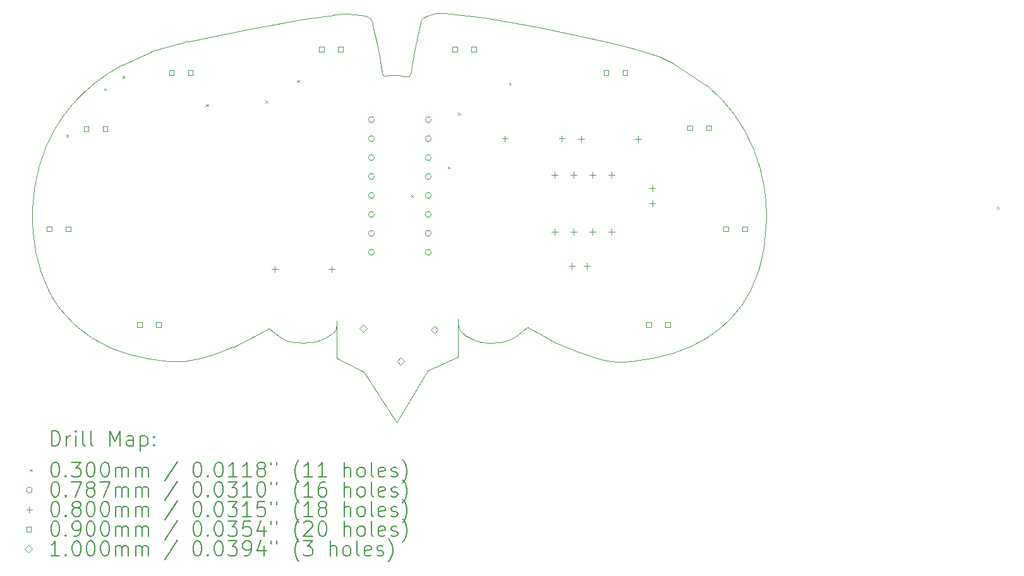
<source format=gbr>
%TF.GenerationSoftware,KiCad,Pcbnew,9.0.6*%
%TF.CreationDate,2026-01-05T01:28:51+00:00*%
%TF.ProjectId,BLINKER,424c494e-4b45-4522-9e6b-696361645f70,rev?*%
%TF.SameCoordinates,Original*%
%TF.FileFunction,Drillmap*%
%TF.FilePolarity,Positive*%
%FSLAX45Y45*%
G04 Gerber Fmt 4.5, Leading zero omitted, Abs format (unit mm)*
G04 Created by KiCad (PCBNEW 9.0.6) date 2026-01-05 01:28:51*
%MOMM*%
%LPD*%
G01*
G04 APERTURE LIST*
%ADD10C,0.050000*%
%ADD11C,0.037800*%
%ADD12C,0.200000*%
%ADD13C,0.100000*%
G04 APERTURE END LIST*
D10*
X8593690Y-3067067D02*
X8985521Y-2887542D01*
X14952892Y-6999667D02*
X14678796Y-6906428D01*
X17081892Y-5921817D02*
X17119282Y-5810483D01*
X15069000Y-7031000D02*
X14952892Y-6999667D01*
X15228892Y-7044278D02*
X15069000Y-7031000D01*
X12005000Y-2784000D02*
X12006821Y-2790247D01*
X12461590Y-3154680D02*
X12463000Y-3144520D01*
D11*
X12461590Y-3154680D02*
X12452009Y-3205070D01*
D10*
X12671984Y-2414937D02*
X12632738Y-2435724D01*
X16430929Y-3343590D02*
X15974099Y-3042495D01*
X10076363Y-6849085D02*
X10111779Y-6834623D01*
X14401800Y-6791960D02*
X14133348Y-6643312D01*
D11*
X15315494Y-7043573D02*
X15408058Y-7039441D01*
X15228892Y-7044278D02*
X15315494Y-7043573D01*
X15408058Y-7039441D02*
X15492800Y-7032121D01*
X13451195Y-2433430D02*
X12914386Y-2375682D01*
X15614218Y-2894804D02*
X15387787Y-2830241D01*
X15069801Y-2754129D02*
X14165923Y-2562379D01*
X14165923Y-2562379D02*
X13451195Y-2433430D01*
X15387787Y-2830241D02*
X15069801Y-2754129D01*
D10*
X11833876Y-7178317D02*
X12274000Y-7857000D01*
X12684375Y-7167366D02*
X12274000Y-7857000D01*
X11464871Y-7000000D02*
X11833876Y-7178317D01*
X13094751Y-6978000D02*
X12684376Y-7167366D01*
X11464871Y-6499634D02*
X11464871Y-7000000D01*
X13094752Y-6477733D02*
X13094751Y-6978000D01*
D11*
X7695734Y-3912628D02*
G75*
G02*
X7932007Y-3586220I1750758J-1018585D01*
G01*
X14615015Y-6878886D02*
X14678796Y-6906428D01*
X11432600Y-2394612D02*
G75*
G02*
X11605217Y-2382900I148302J-907831D01*
G01*
X11711461Y-2389417D02*
X11605217Y-2382901D01*
X11789468Y-2399625D02*
X11711461Y-2389417D01*
X11789468Y-2399625D02*
G75*
G02*
X11872751Y-2420023I-28637J-297138D01*
G01*
X11872751Y-2420023D02*
G75*
G02*
X11897616Y-2432849I-57120J-141240D01*
G01*
X11897615Y-2432850D02*
G75*
G02*
X11918294Y-2449440I-66254J-103763D01*
G01*
X11918294Y-2449439D02*
G75*
G02*
X11933287Y-2468432I-72223J-72424D01*
G01*
X11933287Y-2468432D02*
G75*
G02*
X11941311Y-2488392I-55116J-33751D01*
G01*
X11947203Y-2515367D02*
X11941311Y-2488392D01*
X11959717Y-2572612D02*
X11947203Y-2515367D01*
X11974560Y-2640500D02*
X11959717Y-2572612D01*
X11990309Y-2712513D02*
X11974560Y-2640500D01*
X12005000Y-2784000D02*
X11990309Y-2712513D01*
X12023969Y-2875407D02*
X12006821Y-2790247D01*
X12039283Y-2955264D02*
X12023969Y-2875407D01*
X12049755Y-3014913D02*
X12039283Y-2955264D01*
X12079343Y-3169583D02*
X12049755Y-3014913D01*
X12091633Y-3207534D02*
G75*
G02*
X12079342Y-3169584I118528J59352D01*
G01*
X12110982Y-3219514D02*
G75*
G02*
X12091635Y-3207533I49J21691D01*
G01*
X12149510Y-3214142D02*
G75*
G02*
X12110982Y-3219514I-38219J133269D01*
G01*
X12149510Y-3214142D02*
G75*
G02*
X12197399Y-3205249I70271J-245011D01*
G01*
X12197399Y-3205249D02*
G75*
G02*
X12254025Y-3203736I40662J-461294D01*
G01*
X12254025Y-3203736D02*
G75*
G02*
X12318607Y-3209438I-20853J-604757D01*
G01*
X12390612Y-3222460D02*
X12318607Y-3209439D01*
X12426359Y-3228056D02*
G75*
G02*
X12390612Y-3222460I28012J295943D01*
G01*
X12442406Y-3222425D02*
G75*
G02*
X12426359Y-3228056I-14135J14603D01*
G01*
X12452009Y-3205070D02*
G75*
G02*
X12442408Y-3222427I-33248J7058D01*
G01*
X12484566Y-3022241D02*
X12463000Y-3144520D01*
X12511842Y-2846112D02*
X12484566Y-3022241D01*
X12545539Y-2684410D02*
X12511842Y-2846112D01*
X12572257Y-2569771D02*
X12545539Y-2684410D01*
X12591015Y-2501860D02*
X12572257Y-2569771D01*
X12591015Y-2501860D02*
G75*
G02*
X12609644Y-2458890I139887J-35123D01*
G01*
X12609643Y-2458890D02*
G75*
G02*
X12632738Y-2435725I65458J-42163D01*
G01*
X12671984Y-2414937D02*
G75*
G02*
X12914386Y-2375680I201997J-479266D01*
G01*
X15797576Y-2961640D02*
X15614218Y-2894804D01*
X16430929Y-3343589D02*
G75*
G02*
X16794651Y-3730737I-1396558J-1676483D01*
G01*
X16794651Y-3730737D02*
G75*
G02*
X17052991Y-4192925I-1747980J-1280326D01*
G01*
X17052991Y-4192925D02*
G75*
G02*
X17199272Y-4715176I-2205520J-899368D01*
G01*
X17199273Y-4715176D02*
G75*
G02*
X17215892Y-4878140I-1410131J-226137D01*
G01*
X17220653Y-5102133D02*
X17215892Y-4878140D01*
X17216775Y-5258177D02*
X17220653Y-5102133D01*
X17216775Y-5258177D02*
G75*
G02*
X17197893Y-5491523I-1484093J2655D01*
G01*
X17197893Y-5491523D02*
G75*
G02*
X17167705Y-5637654I-1674011J269630D01*
G01*
X17119282Y-5810483D02*
X17167706Y-5637654D01*
X17081892Y-5921817D02*
G75*
G02*
X17011710Y-6096323I-1074540J330785D01*
G01*
X17011710Y-6096323D02*
G75*
G02*
X16764583Y-6449788I-1342139J675240D01*
G01*
X16764584Y-6449788D02*
G75*
G02*
X16420564Y-6730489I-1227282J1152965D01*
G01*
X16420564Y-6730489D02*
G75*
G02*
X15991175Y-6926989I-1009532J1638616D01*
G01*
X15991175Y-6926989D02*
G75*
G02*
X15492800Y-7032121I-782273J2474526D01*
G01*
X14401800Y-6791960D02*
X14615015Y-6878886D01*
X14025504Y-6578363D02*
X14133348Y-6643312D01*
X13953102Y-6644681D02*
X14025504Y-6578363D01*
X13953102Y-6644681D02*
G75*
G02*
X13860813Y-6717547I-542680J592458D01*
G01*
X13860812Y-6717546D02*
G75*
G02*
X13772184Y-6763240I-235291J347574D01*
G01*
X13772183Y-6763239D02*
G75*
G02*
X13673071Y-6787697I-155412J416747D01*
G01*
X13673071Y-6787697D02*
G75*
G02*
X13548343Y-6795623I-124719J977325D01*
G01*
X13474495Y-6793947D02*
X13548343Y-6795623D01*
X13474495Y-6793947D02*
G75*
G02*
X13397634Y-6786270I-4J388584D01*
G01*
X13397634Y-6786270D02*
G75*
G02*
X13346185Y-6770821I57447J284707D01*
G01*
X13346185Y-6770821D02*
G75*
G02*
X13283742Y-6742228I285636J706269D01*
G01*
X13186584Y-6687489D02*
X13283742Y-6742228D01*
X13186584Y-6687489D02*
G75*
G02*
X13124677Y-6634023I79267J154356D01*
G01*
X13124677Y-6634023D02*
G75*
G02*
X13101496Y-6575797I106584J76160D01*
G01*
X13101496Y-6575797D02*
G75*
G02*
X13094752Y-6477733I709575J98064D01*
G01*
X11463510Y-6574377D02*
X11464871Y-6499634D01*
X11463510Y-6574377D02*
G75*
G02*
X11456994Y-6617826I-148139J4D01*
G01*
X11456993Y-6617826D02*
G75*
G02*
X11442188Y-6643462I-63142J19373D01*
G01*
X11442188Y-6643462D02*
G75*
G02*
X11412896Y-6669018I-137516J128049D01*
G01*
X11412896Y-6669018D02*
G75*
G02*
X11312135Y-6733032I-719495J1021205D01*
G01*
X11312135Y-6733032D02*
G75*
G02*
X11228341Y-6769884I-218723J383639D01*
G01*
X11228341Y-6769885D02*
G75*
G02*
X11139004Y-6788570I-133890J417232D01*
G01*
X11139004Y-6788570D02*
G75*
G02*
X11020721Y-6794863I-123713J1210527D01*
G01*
X11020721Y-6794863D02*
G75*
G02*
X10895551Y-6788606I-5150J1152040D01*
G01*
X10895551Y-6788605D02*
G75*
G02*
X10802384Y-6767349I41600J397142D01*
G01*
X10802384Y-6767348D02*
G75*
G02*
X10719228Y-6725204I126387J352495D01*
G01*
X10719227Y-6725205D02*
G75*
G02*
X10626179Y-6653407I519524J769482D01*
G01*
X10561316Y-6596457D02*
X10626179Y-6653407D01*
X10356319Y-6710549D02*
X10561316Y-6596457D01*
X10111779Y-6834623D02*
X10356319Y-6710549D01*
X10076363Y-6849085D02*
G75*
G02*
X9637483Y-7004754I-1078451J2343993D01*
G01*
X9637483Y-7004754D02*
G75*
G02*
X9430342Y-7042444I-370442J1447851D01*
G01*
X9430342Y-7042444D02*
G75*
G02*
X9222967Y-7044526I-114121J1038151D01*
G01*
X9222967Y-7044526D02*
G75*
G02*
X8953063Y-7008063I271094J3023903D01*
G01*
X8953063Y-7008064D02*
G75*
G02*
X8675785Y-6944978I568729J3140611D01*
G01*
X8675785Y-6944978D02*
G75*
G02*
X8441712Y-6863413I490496J1784275D01*
G01*
X8441712Y-6863413D02*
G75*
G02*
X8182668Y-6726439I683160J1605411D01*
G01*
X7952009Y-6548822D02*
G75*
G02*
X7759086Y-6338149I1105462J1205999D01*
G01*
X7759085Y-6338150D02*
G75*
G02*
X7612116Y-6102981I1154346J884917D01*
G01*
X7612117Y-6102981D02*
G75*
G02*
X7433928Y-5581196I1846124J921768D01*
G01*
X7433928Y-5581196D02*
G75*
G02*
X7388628Y-5005012I2436581J481440D01*
G01*
X7388627Y-5005012D02*
G75*
G02*
X7477862Y-4430242I2513864J-95971D01*
G01*
X7477861Y-4430242D02*
G75*
G02*
X7695735Y-3912628I2111570J-584141D01*
G01*
X7932008Y-3586220D02*
G75*
G02*
X8236068Y-3300147I1742784J-1547743D01*
G01*
X8236068Y-3300147D02*
G75*
G02*
X8593690Y-3067066I1505043J-1918336D01*
G01*
X8985521Y-2887542D02*
G75*
G02*
X9478015Y-2751656I1628590J-4942101D01*
G01*
X10253505Y-2590156D02*
X9478015Y-2751656D01*
X11039303Y-2450003D02*
X10253505Y-2590156D01*
X11432600Y-2394612D02*
X11039303Y-2450003D01*
X8182669Y-6726438D02*
G75*
G02*
X7952010Y-6548821I918093J1430845D01*
G01*
X15974099Y-3042495D02*
X15797576Y-2961520D01*
D12*
D13*
X7838000Y-4001000D02*
X7868000Y-4031000D01*
X7868000Y-4001000D02*
X7838000Y-4031000D01*
X8348000Y-3380000D02*
X8378000Y-3410000D01*
X8378000Y-3380000D02*
X8348000Y-3410000D01*
X8592000Y-3214000D02*
X8622000Y-3244000D01*
X8622000Y-3214000D02*
X8592000Y-3244000D01*
X9713000Y-3591000D02*
X9743000Y-3621000D01*
X9743000Y-3591000D02*
X9713000Y-3621000D01*
X10511000Y-3546000D02*
X10541000Y-3576000D01*
X10541000Y-3546000D02*
X10511000Y-3576000D01*
X10933000Y-3269000D02*
X10963000Y-3299000D01*
X10963000Y-3269000D02*
X10933000Y-3299000D01*
X12464000Y-4811000D02*
X12494000Y-4841000D01*
X12494000Y-4811000D02*
X12464000Y-4841000D01*
X12954240Y-4430000D02*
X12984240Y-4460000D01*
X12984240Y-4430000D02*
X12954240Y-4460000D01*
X13091400Y-3703560D02*
X13121400Y-3733560D01*
X13121400Y-3703560D02*
X13091400Y-3733560D01*
X13773000Y-3302000D02*
X13803000Y-3332000D01*
X13803000Y-3302000D02*
X13773000Y-3332000D01*
X20317000Y-4965000D02*
X20347000Y-4995000D01*
X20347000Y-4965000D02*
X20317000Y-4995000D01*
X11972290Y-3799840D02*
G75*
G02*
X11893550Y-3799840I-39370J0D01*
G01*
X11893550Y-3799840D02*
G75*
G02*
X11972290Y-3799840I39370J0D01*
G01*
X11972290Y-4053840D02*
G75*
G02*
X11893550Y-4053840I-39370J0D01*
G01*
X11893550Y-4053840D02*
G75*
G02*
X11972290Y-4053840I39370J0D01*
G01*
X11972290Y-4307840D02*
G75*
G02*
X11893550Y-4307840I-39370J0D01*
G01*
X11893550Y-4307840D02*
G75*
G02*
X11972290Y-4307840I39370J0D01*
G01*
X11972290Y-4561840D02*
G75*
G02*
X11893550Y-4561840I-39370J0D01*
G01*
X11893550Y-4561840D02*
G75*
G02*
X11972290Y-4561840I39370J0D01*
G01*
X11972290Y-4815840D02*
G75*
G02*
X11893550Y-4815840I-39370J0D01*
G01*
X11893550Y-4815840D02*
G75*
G02*
X11972290Y-4815840I39370J0D01*
G01*
X11972290Y-5069840D02*
G75*
G02*
X11893550Y-5069840I-39370J0D01*
G01*
X11893550Y-5069840D02*
G75*
G02*
X11972290Y-5069840I39370J0D01*
G01*
X11972290Y-5323840D02*
G75*
G02*
X11893550Y-5323840I-39370J0D01*
G01*
X11893550Y-5323840D02*
G75*
G02*
X11972290Y-5323840I39370J0D01*
G01*
X11972290Y-5577840D02*
G75*
G02*
X11893550Y-5577840I-39370J0D01*
G01*
X11893550Y-5577840D02*
G75*
G02*
X11972290Y-5577840I39370J0D01*
G01*
X12734290Y-3799840D02*
G75*
G02*
X12655550Y-3799840I-39370J0D01*
G01*
X12655550Y-3799840D02*
G75*
G02*
X12734290Y-3799840I39370J0D01*
G01*
X12734290Y-4053840D02*
G75*
G02*
X12655550Y-4053840I-39370J0D01*
G01*
X12655550Y-4053840D02*
G75*
G02*
X12734290Y-4053840I39370J0D01*
G01*
X12734290Y-4307840D02*
G75*
G02*
X12655550Y-4307840I-39370J0D01*
G01*
X12655550Y-4307840D02*
G75*
G02*
X12734290Y-4307840I39370J0D01*
G01*
X12734290Y-4561840D02*
G75*
G02*
X12655550Y-4561840I-39370J0D01*
G01*
X12655550Y-4561840D02*
G75*
G02*
X12734290Y-4561840I39370J0D01*
G01*
X12734290Y-4815840D02*
G75*
G02*
X12655550Y-4815840I-39370J0D01*
G01*
X12655550Y-4815840D02*
G75*
G02*
X12734290Y-4815840I39370J0D01*
G01*
X12734290Y-5069840D02*
G75*
G02*
X12655550Y-5069840I-39370J0D01*
G01*
X12655550Y-5069840D02*
G75*
G02*
X12734290Y-5069840I39370J0D01*
G01*
X12734290Y-5323840D02*
G75*
G02*
X12655550Y-5323840I-39370J0D01*
G01*
X12655550Y-5323840D02*
G75*
G02*
X12734290Y-5323840I39370J0D01*
G01*
X12734290Y-5577840D02*
G75*
G02*
X12655550Y-5577840I-39370J0D01*
G01*
X12655550Y-5577840D02*
G75*
G02*
X12734290Y-5577840I39370J0D01*
G01*
X10637520Y-5766440D02*
X10637520Y-5846440D01*
X10597520Y-5806440D02*
X10677520Y-5806440D01*
X11399520Y-5766440D02*
X11399520Y-5846440D01*
X11359520Y-5806440D02*
X11439520Y-5806440D01*
X13721080Y-4013840D02*
X13721080Y-4093840D01*
X13681080Y-4053840D02*
X13761080Y-4053840D01*
X14386560Y-4501020D02*
X14386560Y-4581020D01*
X14346560Y-4541020D02*
X14426560Y-4541020D01*
X14386560Y-5263020D02*
X14386560Y-5343020D01*
X14346560Y-5303020D02*
X14426560Y-5303020D01*
X14483080Y-4013840D02*
X14483080Y-4093840D01*
X14443080Y-4053840D02*
X14523080Y-4053840D01*
X14619231Y-5720720D02*
X14619231Y-5800720D01*
X14579231Y-5760720D02*
X14659231Y-5760720D01*
X14640560Y-4501020D02*
X14640560Y-4581020D01*
X14600560Y-4541020D02*
X14680560Y-4541020D01*
X14640560Y-5263020D02*
X14640560Y-5343020D01*
X14600560Y-5303020D02*
X14680560Y-5303020D01*
X14742160Y-4018920D02*
X14742160Y-4098920D01*
X14702160Y-4058920D02*
X14782160Y-4058920D01*
X14819231Y-5720720D02*
X14819231Y-5800720D01*
X14779231Y-5760720D02*
X14859231Y-5760720D01*
X14894560Y-4501020D02*
X14894560Y-4581020D01*
X14854560Y-4541020D02*
X14934560Y-4541020D01*
X14894560Y-5263020D02*
X14894560Y-5343020D01*
X14854560Y-5303020D02*
X14934560Y-5303020D01*
X15148560Y-4501020D02*
X15148560Y-4581020D01*
X15108560Y-4541020D02*
X15188560Y-4541020D01*
X15148560Y-5263020D02*
X15148560Y-5343020D01*
X15108560Y-5303020D02*
X15188560Y-5303020D01*
X15504160Y-4018920D02*
X15504160Y-4098920D01*
X15464160Y-4058920D02*
X15544160Y-4058920D01*
X15695320Y-4682520D02*
X15695320Y-4762520D01*
X15655320Y-4722520D02*
X15735320Y-4722520D01*
X15695320Y-4882520D02*
X15695320Y-4962520D01*
X15655320Y-4922520D02*
X15735320Y-4922520D01*
X7646740Y-5294700D02*
X7646740Y-5231060D01*
X7583100Y-5231060D01*
X7583100Y-5294700D01*
X7646740Y-5294700D01*
X7900740Y-5294700D02*
X7900740Y-5231060D01*
X7837100Y-5231060D01*
X7837100Y-5294700D01*
X7900740Y-5294700D01*
X8139500Y-3953580D02*
X8139500Y-3889940D01*
X8075860Y-3889940D01*
X8075860Y-3953580D01*
X8139500Y-3953580D01*
X8393500Y-3953580D02*
X8393500Y-3889940D01*
X8329860Y-3889940D01*
X8329860Y-3953580D01*
X8393500Y-3953580D01*
X8855780Y-6579940D02*
X8855780Y-6516300D01*
X8792140Y-6516300D01*
X8792140Y-6579940D01*
X8855780Y-6579940D01*
X9109780Y-6579940D02*
X9109780Y-6516300D01*
X9046140Y-6516300D01*
X9046140Y-6579940D01*
X9109780Y-6579940D01*
X9282500Y-3201740D02*
X9282500Y-3138100D01*
X9218860Y-3138100D01*
X9218860Y-3201740D01*
X9282500Y-3201740D01*
X9536500Y-3201740D02*
X9536500Y-3138100D01*
X9472860Y-3138100D01*
X9472860Y-3201740D01*
X9536500Y-3201740D01*
X11294180Y-2886780D02*
X11294180Y-2823140D01*
X11230540Y-2823140D01*
X11230540Y-2886780D01*
X11294180Y-2886780D01*
X11548180Y-2886780D02*
X11548180Y-2823140D01*
X11484540Y-2823140D01*
X11484540Y-2886780D01*
X11548180Y-2886780D01*
X13082340Y-2886780D02*
X13082340Y-2823140D01*
X13018700Y-2823140D01*
X13018700Y-2886780D01*
X13082340Y-2886780D01*
X13336340Y-2886780D02*
X13336340Y-2823140D01*
X13272700Y-2823140D01*
X13272700Y-2886780D01*
X13336340Y-2886780D01*
X15109260Y-3201740D02*
X15109260Y-3138100D01*
X15045620Y-3138100D01*
X15045620Y-3201740D01*
X15109260Y-3201740D01*
X15363260Y-3201740D02*
X15363260Y-3138100D01*
X15299620Y-3138100D01*
X15299620Y-3201740D01*
X15363260Y-3201740D01*
X15678220Y-6579940D02*
X15678220Y-6516300D01*
X15614580Y-6516300D01*
X15614580Y-6579940D01*
X15678220Y-6579940D01*
X15932220Y-6579940D02*
X15932220Y-6516300D01*
X15868580Y-6516300D01*
X15868580Y-6579940D01*
X15932220Y-6579940D01*
X16231940Y-3943420D02*
X16231940Y-3879780D01*
X16168300Y-3879780D01*
X16168300Y-3943420D01*
X16231940Y-3943420D01*
X16485940Y-3943420D02*
X16485940Y-3879780D01*
X16422300Y-3879780D01*
X16422300Y-3943420D01*
X16485940Y-3943420D01*
X16714540Y-5294700D02*
X16714540Y-5231060D01*
X16650900Y-5231060D01*
X16650900Y-5294700D01*
X16714540Y-5294700D01*
X16968540Y-5294700D02*
X16968540Y-5231060D01*
X16904900Y-5231060D01*
X16904900Y-5294700D01*
X16968540Y-5294700D01*
X11824000Y-6651000D02*
X11874000Y-6601000D01*
X11824000Y-6551000D01*
X11774000Y-6601000D01*
X11824000Y-6651000D01*
X12325000Y-7086000D02*
X12375000Y-7036000D01*
X12325000Y-6986000D01*
X12275000Y-7036000D01*
X12325000Y-7086000D01*
X12774000Y-6664000D02*
X12824000Y-6614000D01*
X12774000Y-6564000D01*
X12724000Y-6614000D01*
X12774000Y-6664000D01*
D12*
X7645707Y-8170984D02*
X7645707Y-7970984D01*
X7645707Y-7970984D02*
X7693326Y-7970984D01*
X7693326Y-7970984D02*
X7721897Y-7980508D01*
X7721897Y-7980508D02*
X7740945Y-7999555D01*
X7740945Y-7999555D02*
X7750468Y-8018603D01*
X7750468Y-8018603D02*
X7759992Y-8056698D01*
X7759992Y-8056698D02*
X7759992Y-8085269D01*
X7759992Y-8085269D02*
X7750468Y-8123365D01*
X7750468Y-8123365D02*
X7740945Y-8142412D01*
X7740945Y-8142412D02*
X7721897Y-8161460D01*
X7721897Y-8161460D02*
X7693326Y-8170984D01*
X7693326Y-8170984D02*
X7645707Y-8170984D01*
X7845707Y-8170984D02*
X7845707Y-8037650D01*
X7845707Y-8075746D02*
X7855230Y-8056698D01*
X7855230Y-8056698D02*
X7864754Y-8047174D01*
X7864754Y-8047174D02*
X7883802Y-8037650D01*
X7883802Y-8037650D02*
X7902849Y-8037650D01*
X7969516Y-8170984D02*
X7969516Y-8037650D01*
X7969516Y-7970984D02*
X7959992Y-7980508D01*
X7959992Y-7980508D02*
X7969516Y-7990031D01*
X7969516Y-7990031D02*
X7979040Y-7980508D01*
X7979040Y-7980508D02*
X7969516Y-7970984D01*
X7969516Y-7970984D02*
X7969516Y-7990031D01*
X8093326Y-8170984D02*
X8074278Y-8161460D01*
X8074278Y-8161460D02*
X8064754Y-8142412D01*
X8064754Y-8142412D02*
X8064754Y-7970984D01*
X8198087Y-8170984D02*
X8179040Y-8161460D01*
X8179040Y-8161460D02*
X8169516Y-8142412D01*
X8169516Y-8142412D02*
X8169516Y-7970984D01*
X8426659Y-8170984D02*
X8426659Y-7970984D01*
X8426659Y-7970984D02*
X8493326Y-8113841D01*
X8493326Y-8113841D02*
X8559992Y-7970984D01*
X8559992Y-7970984D02*
X8559992Y-8170984D01*
X8740945Y-8170984D02*
X8740945Y-8066222D01*
X8740945Y-8066222D02*
X8731421Y-8047174D01*
X8731421Y-8047174D02*
X8712373Y-8037650D01*
X8712373Y-8037650D02*
X8674278Y-8037650D01*
X8674278Y-8037650D02*
X8655230Y-8047174D01*
X8740945Y-8161460D02*
X8721897Y-8170984D01*
X8721897Y-8170984D02*
X8674278Y-8170984D01*
X8674278Y-8170984D02*
X8655230Y-8161460D01*
X8655230Y-8161460D02*
X8645707Y-8142412D01*
X8645707Y-8142412D02*
X8645707Y-8123365D01*
X8645707Y-8123365D02*
X8655230Y-8104317D01*
X8655230Y-8104317D02*
X8674278Y-8094793D01*
X8674278Y-8094793D02*
X8721897Y-8094793D01*
X8721897Y-8094793D02*
X8740945Y-8085269D01*
X8836183Y-8037650D02*
X8836183Y-8237650D01*
X8836183Y-8047174D02*
X8855230Y-8037650D01*
X8855230Y-8037650D02*
X8893326Y-8037650D01*
X8893326Y-8037650D02*
X8912373Y-8047174D01*
X8912373Y-8047174D02*
X8921897Y-8056698D01*
X8921897Y-8056698D02*
X8931421Y-8075746D01*
X8931421Y-8075746D02*
X8931421Y-8132888D01*
X8931421Y-8132888D02*
X8921897Y-8151936D01*
X8921897Y-8151936D02*
X8912373Y-8161460D01*
X8912373Y-8161460D02*
X8893326Y-8170984D01*
X8893326Y-8170984D02*
X8855230Y-8170984D01*
X8855230Y-8170984D02*
X8836183Y-8161460D01*
X9017135Y-8151936D02*
X9026659Y-8161460D01*
X9026659Y-8161460D02*
X9017135Y-8170984D01*
X9017135Y-8170984D02*
X9007611Y-8161460D01*
X9007611Y-8161460D02*
X9017135Y-8151936D01*
X9017135Y-8151936D02*
X9017135Y-8170984D01*
X9017135Y-8047174D02*
X9026659Y-8056698D01*
X9026659Y-8056698D02*
X9017135Y-8066222D01*
X9017135Y-8066222D02*
X9007611Y-8056698D01*
X9007611Y-8056698D02*
X9017135Y-8047174D01*
X9017135Y-8047174D02*
X9017135Y-8066222D01*
D13*
X7354930Y-8484500D02*
X7384930Y-8514500D01*
X7384930Y-8484500D02*
X7354930Y-8514500D01*
D12*
X7683802Y-8390984D02*
X7702849Y-8390984D01*
X7702849Y-8390984D02*
X7721897Y-8400508D01*
X7721897Y-8400508D02*
X7731421Y-8410031D01*
X7731421Y-8410031D02*
X7740945Y-8429079D01*
X7740945Y-8429079D02*
X7750468Y-8467174D01*
X7750468Y-8467174D02*
X7750468Y-8514793D01*
X7750468Y-8514793D02*
X7740945Y-8552889D01*
X7740945Y-8552889D02*
X7731421Y-8571936D01*
X7731421Y-8571936D02*
X7721897Y-8581460D01*
X7721897Y-8581460D02*
X7702849Y-8590984D01*
X7702849Y-8590984D02*
X7683802Y-8590984D01*
X7683802Y-8590984D02*
X7664754Y-8581460D01*
X7664754Y-8581460D02*
X7655230Y-8571936D01*
X7655230Y-8571936D02*
X7645707Y-8552889D01*
X7645707Y-8552889D02*
X7636183Y-8514793D01*
X7636183Y-8514793D02*
X7636183Y-8467174D01*
X7636183Y-8467174D02*
X7645707Y-8429079D01*
X7645707Y-8429079D02*
X7655230Y-8410031D01*
X7655230Y-8410031D02*
X7664754Y-8400508D01*
X7664754Y-8400508D02*
X7683802Y-8390984D01*
X7836183Y-8571936D02*
X7845707Y-8581460D01*
X7845707Y-8581460D02*
X7836183Y-8590984D01*
X7836183Y-8590984D02*
X7826659Y-8581460D01*
X7826659Y-8581460D02*
X7836183Y-8571936D01*
X7836183Y-8571936D02*
X7836183Y-8590984D01*
X7912373Y-8390984D02*
X8036183Y-8390984D01*
X8036183Y-8390984D02*
X7969516Y-8467174D01*
X7969516Y-8467174D02*
X7998088Y-8467174D01*
X7998088Y-8467174D02*
X8017135Y-8476698D01*
X8017135Y-8476698D02*
X8026659Y-8486222D01*
X8026659Y-8486222D02*
X8036183Y-8505270D01*
X8036183Y-8505270D02*
X8036183Y-8552889D01*
X8036183Y-8552889D02*
X8026659Y-8571936D01*
X8026659Y-8571936D02*
X8017135Y-8581460D01*
X8017135Y-8581460D02*
X7998088Y-8590984D01*
X7998088Y-8590984D02*
X7940945Y-8590984D01*
X7940945Y-8590984D02*
X7921897Y-8581460D01*
X7921897Y-8581460D02*
X7912373Y-8571936D01*
X8159992Y-8390984D02*
X8179040Y-8390984D01*
X8179040Y-8390984D02*
X8198088Y-8400508D01*
X8198088Y-8400508D02*
X8207611Y-8410031D01*
X8207611Y-8410031D02*
X8217135Y-8429079D01*
X8217135Y-8429079D02*
X8226659Y-8467174D01*
X8226659Y-8467174D02*
X8226659Y-8514793D01*
X8226659Y-8514793D02*
X8217135Y-8552889D01*
X8217135Y-8552889D02*
X8207611Y-8571936D01*
X8207611Y-8571936D02*
X8198088Y-8581460D01*
X8198088Y-8581460D02*
X8179040Y-8590984D01*
X8179040Y-8590984D02*
X8159992Y-8590984D01*
X8159992Y-8590984D02*
X8140945Y-8581460D01*
X8140945Y-8581460D02*
X8131421Y-8571936D01*
X8131421Y-8571936D02*
X8121897Y-8552889D01*
X8121897Y-8552889D02*
X8112373Y-8514793D01*
X8112373Y-8514793D02*
X8112373Y-8467174D01*
X8112373Y-8467174D02*
X8121897Y-8429079D01*
X8121897Y-8429079D02*
X8131421Y-8410031D01*
X8131421Y-8410031D02*
X8140945Y-8400508D01*
X8140945Y-8400508D02*
X8159992Y-8390984D01*
X8350468Y-8390984D02*
X8369516Y-8390984D01*
X8369516Y-8390984D02*
X8388564Y-8400508D01*
X8388564Y-8400508D02*
X8398088Y-8410031D01*
X8398088Y-8410031D02*
X8407611Y-8429079D01*
X8407611Y-8429079D02*
X8417135Y-8467174D01*
X8417135Y-8467174D02*
X8417135Y-8514793D01*
X8417135Y-8514793D02*
X8407611Y-8552889D01*
X8407611Y-8552889D02*
X8398088Y-8571936D01*
X8398088Y-8571936D02*
X8388564Y-8581460D01*
X8388564Y-8581460D02*
X8369516Y-8590984D01*
X8369516Y-8590984D02*
X8350468Y-8590984D01*
X8350468Y-8590984D02*
X8331421Y-8581460D01*
X8331421Y-8581460D02*
X8321897Y-8571936D01*
X8321897Y-8571936D02*
X8312373Y-8552889D01*
X8312373Y-8552889D02*
X8302849Y-8514793D01*
X8302849Y-8514793D02*
X8302849Y-8467174D01*
X8302849Y-8467174D02*
X8312373Y-8429079D01*
X8312373Y-8429079D02*
X8321897Y-8410031D01*
X8321897Y-8410031D02*
X8331421Y-8400508D01*
X8331421Y-8400508D02*
X8350468Y-8390984D01*
X8502850Y-8590984D02*
X8502850Y-8457650D01*
X8502850Y-8476698D02*
X8512373Y-8467174D01*
X8512373Y-8467174D02*
X8531421Y-8457650D01*
X8531421Y-8457650D02*
X8559992Y-8457650D01*
X8559992Y-8457650D02*
X8579040Y-8467174D01*
X8579040Y-8467174D02*
X8588564Y-8486222D01*
X8588564Y-8486222D02*
X8588564Y-8590984D01*
X8588564Y-8486222D02*
X8598088Y-8467174D01*
X8598088Y-8467174D02*
X8617135Y-8457650D01*
X8617135Y-8457650D02*
X8645707Y-8457650D01*
X8645707Y-8457650D02*
X8664754Y-8467174D01*
X8664754Y-8467174D02*
X8674278Y-8486222D01*
X8674278Y-8486222D02*
X8674278Y-8590984D01*
X8769516Y-8590984D02*
X8769516Y-8457650D01*
X8769516Y-8476698D02*
X8779040Y-8467174D01*
X8779040Y-8467174D02*
X8798088Y-8457650D01*
X8798088Y-8457650D02*
X8826659Y-8457650D01*
X8826659Y-8457650D02*
X8845707Y-8467174D01*
X8845707Y-8467174D02*
X8855231Y-8486222D01*
X8855231Y-8486222D02*
X8855231Y-8590984D01*
X8855231Y-8486222D02*
X8864754Y-8467174D01*
X8864754Y-8467174D02*
X8883802Y-8457650D01*
X8883802Y-8457650D02*
X8912373Y-8457650D01*
X8912373Y-8457650D02*
X8931421Y-8467174D01*
X8931421Y-8467174D02*
X8940945Y-8486222D01*
X8940945Y-8486222D02*
X8940945Y-8590984D01*
X9331421Y-8381460D02*
X9159993Y-8638603D01*
X9588564Y-8390984D02*
X9607612Y-8390984D01*
X9607612Y-8390984D02*
X9626659Y-8400508D01*
X9626659Y-8400508D02*
X9636183Y-8410031D01*
X9636183Y-8410031D02*
X9645707Y-8429079D01*
X9645707Y-8429079D02*
X9655231Y-8467174D01*
X9655231Y-8467174D02*
X9655231Y-8514793D01*
X9655231Y-8514793D02*
X9645707Y-8552889D01*
X9645707Y-8552889D02*
X9636183Y-8571936D01*
X9636183Y-8571936D02*
X9626659Y-8581460D01*
X9626659Y-8581460D02*
X9607612Y-8590984D01*
X9607612Y-8590984D02*
X9588564Y-8590984D01*
X9588564Y-8590984D02*
X9569516Y-8581460D01*
X9569516Y-8581460D02*
X9559993Y-8571936D01*
X9559993Y-8571936D02*
X9550469Y-8552889D01*
X9550469Y-8552889D02*
X9540945Y-8514793D01*
X9540945Y-8514793D02*
X9540945Y-8467174D01*
X9540945Y-8467174D02*
X9550469Y-8429079D01*
X9550469Y-8429079D02*
X9559993Y-8410031D01*
X9559993Y-8410031D02*
X9569516Y-8400508D01*
X9569516Y-8400508D02*
X9588564Y-8390984D01*
X9740945Y-8571936D02*
X9750469Y-8581460D01*
X9750469Y-8581460D02*
X9740945Y-8590984D01*
X9740945Y-8590984D02*
X9731421Y-8581460D01*
X9731421Y-8581460D02*
X9740945Y-8571936D01*
X9740945Y-8571936D02*
X9740945Y-8590984D01*
X9874278Y-8390984D02*
X9893326Y-8390984D01*
X9893326Y-8390984D02*
X9912374Y-8400508D01*
X9912374Y-8400508D02*
X9921897Y-8410031D01*
X9921897Y-8410031D02*
X9931421Y-8429079D01*
X9931421Y-8429079D02*
X9940945Y-8467174D01*
X9940945Y-8467174D02*
X9940945Y-8514793D01*
X9940945Y-8514793D02*
X9931421Y-8552889D01*
X9931421Y-8552889D02*
X9921897Y-8571936D01*
X9921897Y-8571936D02*
X9912374Y-8581460D01*
X9912374Y-8581460D02*
X9893326Y-8590984D01*
X9893326Y-8590984D02*
X9874278Y-8590984D01*
X9874278Y-8590984D02*
X9855231Y-8581460D01*
X9855231Y-8581460D02*
X9845707Y-8571936D01*
X9845707Y-8571936D02*
X9836183Y-8552889D01*
X9836183Y-8552889D02*
X9826659Y-8514793D01*
X9826659Y-8514793D02*
X9826659Y-8467174D01*
X9826659Y-8467174D02*
X9836183Y-8429079D01*
X9836183Y-8429079D02*
X9845707Y-8410031D01*
X9845707Y-8410031D02*
X9855231Y-8400508D01*
X9855231Y-8400508D02*
X9874278Y-8390984D01*
X10131421Y-8590984D02*
X10017135Y-8590984D01*
X10074278Y-8590984D02*
X10074278Y-8390984D01*
X10074278Y-8390984D02*
X10055231Y-8419555D01*
X10055231Y-8419555D02*
X10036183Y-8438603D01*
X10036183Y-8438603D02*
X10017135Y-8448127D01*
X10321897Y-8590984D02*
X10207612Y-8590984D01*
X10264754Y-8590984D02*
X10264754Y-8390984D01*
X10264754Y-8390984D02*
X10245707Y-8419555D01*
X10245707Y-8419555D02*
X10226659Y-8438603D01*
X10226659Y-8438603D02*
X10207612Y-8448127D01*
X10436183Y-8476698D02*
X10417135Y-8467174D01*
X10417135Y-8467174D02*
X10407612Y-8457650D01*
X10407612Y-8457650D02*
X10398088Y-8438603D01*
X10398088Y-8438603D02*
X10398088Y-8429079D01*
X10398088Y-8429079D02*
X10407612Y-8410031D01*
X10407612Y-8410031D02*
X10417135Y-8400508D01*
X10417135Y-8400508D02*
X10436183Y-8390984D01*
X10436183Y-8390984D02*
X10474278Y-8390984D01*
X10474278Y-8390984D02*
X10493326Y-8400508D01*
X10493326Y-8400508D02*
X10502850Y-8410031D01*
X10502850Y-8410031D02*
X10512374Y-8429079D01*
X10512374Y-8429079D02*
X10512374Y-8438603D01*
X10512374Y-8438603D02*
X10502850Y-8457650D01*
X10502850Y-8457650D02*
X10493326Y-8467174D01*
X10493326Y-8467174D02*
X10474278Y-8476698D01*
X10474278Y-8476698D02*
X10436183Y-8476698D01*
X10436183Y-8476698D02*
X10417135Y-8486222D01*
X10417135Y-8486222D02*
X10407612Y-8495746D01*
X10407612Y-8495746D02*
X10398088Y-8514793D01*
X10398088Y-8514793D02*
X10398088Y-8552889D01*
X10398088Y-8552889D02*
X10407612Y-8571936D01*
X10407612Y-8571936D02*
X10417135Y-8581460D01*
X10417135Y-8581460D02*
X10436183Y-8590984D01*
X10436183Y-8590984D02*
X10474278Y-8590984D01*
X10474278Y-8590984D02*
X10493326Y-8581460D01*
X10493326Y-8581460D02*
X10502850Y-8571936D01*
X10502850Y-8571936D02*
X10512374Y-8552889D01*
X10512374Y-8552889D02*
X10512374Y-8514793D01*
X10512374Y-8514793D02*
X10502850Y-8495746D01*
X10502850Y-8495746D02*
X10493326Y-8486222D01*
X10493326Y-8486222D02*
X10474278Y-8476698D01*
X10588564Y-8390984D02*
X10588564Y-8429079D01*
X10664755Y-8390984D02*
X10664755Y-8429079D01*
X10959993Y-8667174D02*
X10950469Y-8657650D01*
X10950469Y-8657650D02*
X10931421Y-8629079D01*
X10931421Y-8629079D02*
X10921897Y-8610031D01*
X10921897Y-8610031D02*
X10912374Y-8581460D01*
X10912374Y-8581460D02*
X10902850Y-8533841D01*
X10902850Y-8533841D02*
X10902850Y-8495746D01*
X10902850Y-8495746D02*
X10912374Y-8448127D01*
X10912374Y-8448127D02*
X10921897Y-8419555D01*
X10921897Y-8419555D02*
X10931421Y-8400508D01*
X10931421Y-8400508D02*
X10950469Y-8371936D01*
X10950469Y-8371936D02*
X10959993Y-8362412D01*
X11140945Y-8590984D02*
X11026659Y-8590984D01*
X11083802Y-8590984D02*
X11083802Y-8390984D01*
X11083802Y-8390984D02*
X11064755Y-8419555D01*
X11064755Y-8419555D02*
X11045707Y-8438603D01*
X11045707Y-8438603D02*
X11026659Y-8448127D01*
X11331421Y-8590984D02*
X11217135Y-8590984D01*
X11274278Y-8590984D02*
X11274278Y-8390984D01*
X11274278Y-8390984D02*
X11255231Y-8419555D01*
X11255231Y-8419555D02*
X11236183Y-8438603D01*
X11236183Y-8438603D02*
X11217135Y-8448127D01*
X11569516Y-8590984D02*
X11569516Y-8390984D01*
X11655231Y-8590984D02*
X11655231Y-8486222D01*
X11655231Y-8486222D02*
X11645707Y-8467174D01*
X11645707Y-8467174D02*
X11626659Y-8457650D01*
X11626659Y-8457650D02*
X11598088Y-8457650D01*
X11598088Y-8457650D02*
X11579040Y-8467174D01*
X11579040Y-8467174D02*
X11569516Y-8476698D01*
X11779040Y-8590984D02*
X11759993Y-8581460D01*
X11759993Y-8581460D02*
X11750469Y-8571936D01*
X11750469Y-8571936D02*
X11740945Y-8552889D01*
X11740945Y-8552889D02*
X11740945Y-8495746D01*
X11740945Y-8495746D02*
X11750469Y-8476698D01*
X11750469Y-8476698D02*
X11759993Y-8467174D01*
X11759993Y-8467174D02*
X11779040Y-8457650D01*
X11779040Y-8457650D02*
X11807612Y-8457650D01*
X11807612Y-8457650D02*
X11826659Y-8467174D01*
X11826659Y-8467174D02*
X11836183Y-8476698D01*
X11836183Y-8476698D02*
X11845707Y-8495746D01*
X11845707Y-8495746D02*
X11845707Y-8552889D01*
X11845707Y-8552889D02*
X11836183Y-8571936D01*
X11836183Y-8571936D02*
X11826659Y-8581460D01*
X11826659Y-8581460D02*
X11807612Y-8590984D01*
X11807612Y-8590984D02*
X11779040Y-8590984D01*
X11959993Y-8590984D02*
X11940945Y-8581460D01*
X11940945Y-8581460D02*
X11931421Y-8562412D01*
X11931421Y-8562412D02*
X11931421Y-8390984D01*
X12112374Y-8581460D02*
X12093326Y-8590984D01*
X12093326Y-8590984D02*
X12055231Y-8590984D01*
X12055231Y-8590984D02*
X12036183Y-8581460D01*
X12036183Y-8581460D02*
X12026659Y-8562412D01*
X12026659Y-8562412D02*
X12026659Y-8486222D01*
X12026659Y-8486222D02*
X12036183Y-8467174D01*
X12036183Y-8467174D02*
X12055231Y-8457650D01*
X12055231Y-8457650D02*
X12093326Y-8457650D01*
X12093326Y-8457650D02*
X12112374Y-8467174D01*
X12112374Y-8467174D02*
X12121897Y-8486222D01*
X12121897Y-8486222D02*
X12121897Y-8505270D01*
X12121897Y-8505270D02*
X12026659Y-8524317D01*
X12198088Y-8581460D02*
X12217136Y-8590984D01*
X12217136Y-8590984D02*
X12255231Y-8590984D01*
X12255231Y-8590984D02*
X12274278Y-8581460D01*
X12274278Y-8581460D02*
X12283802Y-8562412D01*
X12283802Y-8562412D02*
X12283802Y-8552889D01*
X12283802Y-8552889D02*
X12274278Y-8533841D01*
X12274278Y-8533841D02*
X12255231Y-8524317D01*
X12255231Y-8524317D02*
X12226659Y-8524317D01*
X12226659Y-8524317D02*
X12207612Y-8514793D01*
X12207612Y-8514793D02*
X12198088Y-8495746D01*
X12198088Y-8495746D02*
X12198088Y-8486222D01*
X12198088Y-8486222D02*
X12207612Y-8467174D01*
X12207612Y-8467174D02*
X12226659Y-8457650D01*
X12226659Y-8457650D02*
X12255231Y-8457650D01*
X12255231Y-8457650D02*
X12274278Y-8467174D01*
X12350469Y-8667174D02*
X12359993Y-8657650D01*
X12359993Y-8657650D02*
X12379040Y-8629079D01*
X12379040Y-8629079D02*
X12388564Y-8610031D01*
X12388564Y-8610031D02*
X12398088Y-8581460D01*
X12398088Y-8581460D02*
X12407612Y-8533841D01*
X12407612Y-8533841D02*
X12407612Y-8495746D01*
X12407612Y-8495746D02*
X12398088Y-8448127D01*
X12398088Y-8448127D02*
X12388564Y-8419555D01*
X12388564Y-8419555D02*
X12379040Y-8400508D01*
X12379040Y-8400508D02*
X12359993Y-8371936D01*
X12359993Y-8371936D02*
X12350469Y-8362412D01*
D13*
X7384930Y-8763500D02*
G75*
G02*
X7306190Y-8763500I-39370J0D01*
G01*
X7306190Y-8763500D02*
G75*
G02*
X7384930Y-8763500I39370J0D01*
G01*
D12*
X7683802Y-8654984D02*
X7702849Y-8654984D01*
X7702849Y-8654984D02*
X7721897Y-8664508D01*
X7721897Y-8664508D02*
X7731421Y-8674031D01*
X7731421Y-8674031D02*
X7740945Y-8693079D01*
X7740945Y-8693079D02*
X7750468Y-8731174D01*
X7750468Y-8731174D02*
X7750468Y-8778793D01*
X7750468Y-8778793D02*
X7740945Y-8816889D01*
X7740945Y-8816889D02*
X7731421Y-8835936D01*
X7731421Y-8835936D02*
X7721897Y-8845460D01*
X7721897Y-8845460D02*
X7702849Y-8854984D01*
X7702849Y-8854984D02*
X7683802Y-8854984D01*
X7683802Y-8854984D02*
X7664754Y-8845460D01*
X7664754Y-8845460D02*
X7655230Y-8835936D01*
X7655230Y-8835936D02*
X7645707Y-8816889D01*
X7645707Y-8816889D02*
X7636183Y-8778793D01*
X7636183Y-8778793D02*
X7636183Y-8731174D01*
X7636183Y-8731174D02*
X7645707Y-8693079D01*
X7645707Y-8693079D02*
X7655230Y-8674031D01*
X7655230Y-8674031D02*
X7664754Y-8664508D01*
X7664754Y-8664508D02*
X7683802Y-8654984D01*
X7836183Y-8835936D02*
X7845707Y-8845460D01*
X7845707Y-8845460D02*
X7836183Y-8854984D01*
X7836183Y-8854984D02*
X7826659Y-8845460D01*
X7826659Y-8845460D02*
X7836183Y-8835936D01*
X7836183Y-8835936D02*
X7836183Y-8854984D01*
X7912373Y-8654984D02*
X8045707Y-8654984D01*
X8045707Y-8654984D02*
X7959992Y-8854984D01*
X8150468Y-8740698D02*
X8131421Y-8731174D01*
X8131421Y-8731174D02*
X8121897Y-8721650D01*
X8121897Y-8721650D02*
X8112373Y-8702603D01*
X8112373Y-8702603D02*
X8112373Y-8693079D01*
X8112373Y-8693079D02*
X8121897Y-8674031D01*
X8121897Y-8674031D02*
X8131421Y-8664508D01*
X8131421Y-8664508D02*
X8150468Y-8654984D01*
X8150468Y-8654984D02*
X8188564Y-8654984D01*
X8188564Y-8654984D02*
X8207611Y-8664508D01*
X8207611Y-8664508D02*
X8217135Y-8674031D01*
X8217135Y-8674031D02*
X8226659Y-8693079D01*
X8226659Y-8693079D02*
X8226659Y-8702603D01*
X8226659Y-8702603D02*
X8217135Y-8721650D01*
X8217135Y-8721650D02*
X8207611Y-8731174D01*
X8207611Y-8731174D02*
X8188564Y-8740698D01*
X8188564Y-8740698D02*
X8150468Y-8740698D01*
X8150468Y-8740698D02*
X8131421Y-8750222D01*
X8131421Y-8750222D02*
X8121897Y-8759746D01*
X8121897Y-8759746D02*
X8112373Y-8778793D01*
X8112373Y-8778793D02*
X8112373Y-8816889D01*
X8112373Y-8816889D02*
X8121897Y-8835936D01*
X8121897Y-8835936D02*
X8131421Y-8845460D01*
X8131421Y-8845460D02*
X8150468Y-8854984D01*
X8150468Y-8854984D02*
X8188564Y-8854984D01*
X8188564Y-8854984D02*
X8207611Y-8845460D01*
X8207611Y-8845460D02*
X8217135Y-8835936D01*
X8217135Y-8835936D02*
X8226659Y-8816889D01*
X8226659Y-8816889D02*
X8226659Y-8778793D01*
X8226659Y-8778793D02*
X8217135Y-8759746D01*
X8217135Y-8759746D02*
X8207611Y-8750222D01*
X8207611Y-8750222D02*
X8188564Y-8740698D01*
X8293326Y-8654984D02*
X8426659Y-8654984D01*
X8426659Y-8654984D02*
X8340945Y-8854984D01*
X8502850Y-8854984D02*
X8502850Y-8721650D01*
X8502850Y-8740698D02*
X8512373Y-8731174D01*
X8512373Y-8731174D02*
X8531421Y-8721650D01*
X8531421Y-8721650D02*
X8559992Y-8721650D01*
X8559992Y-8721650D02*
X8579040Y-8731174D01*
X8579040Y-8731174D02*
X8588564Y-8750222D01*
X8588564Y-8750222D02*
X8588564Y-8854984D01*
X8588564Y-8750222D02*
X8598088Y-8731174D01*
X8598088Y-8731174D02*
X8617135Y-8721650D01*
X8617135Y-8721650D02*
X8645707Y-8721650D01*
X8645707Y-8721650D02*
X8664754Y-8731174D01*
X8664754Y-8731174D02*
X8674278Y-8750222D01*
X8674278Y-8750222D02*
X8674278Y-8854984D01*
X8769516Y-8854984D02*
X8769516Y-8721650D01*
X8769516Y-8740698D02*
X8779040Y-8731174D01*
X8779040Y-8731174D02*
X8798088Y-8721650D01*
X8798088Y-8721650D02*
X8826659Y-8721650D01*
X8826659Y-8721650D02*
X8845707Y-8731174D01*
X8845707Y-8731174D02*
X8855231Y-8750222D01*
X8855231Y-8750222D02*
X8855231Y-8854984D01*
X8855231Y-8750222D02*
X8864754Y-8731174D01*
X8864754Y-8731174D02*
X8883802Y-8721650D01*
X8883802Y-8721650D02*
X8912373Y-8721650D01*
X8912373Y-8721650D02*
X8931421Y-8731174D01*
X8931421Y-8731174D02*
X8940945Y-8750222D01*
X8940945Y-8750222D02*
X8940945Y-8854984D01*
X9331421Y-8645460D02*
X9159993Y-8902603D01*
X9588564Y-8654984D02*
X9607612Y-8654984D01*
X9607612Y-8654984D02*
X9626659Y-8664508D01*
X9626659Y-8664508D02*
X9636183Y-8674031D01*
X9636183Y-8674031D02*
X9645707Y-8693079D01*
X9645707Y-8693079D02*
X9655231Y-8731174D01*
X9655231Y-8731174D02*
X9655231Y-8778793D01*
X9655231Y-8778793D02*
X9645707Y-8816889D01*
X9645707Y-8816889D02*
X9636183Y-8835936D01*
X9636183Y-8835936D02*
X9626659Y-8845460D01*
X9626659Y-8845460D02*
X9607612Y-8854984D01*
X9607612Y-8854984D02*
X9588564Y-8854984D01*
X9588564Y-8854984D02*
X9569516Y-8845460D01*
X9569516Y-8845460D02*
X9559993Y-8835936D01*
X9559993Y-8835936D02*
X9550469Y-8816889D01*
X9550469Y-8816889D02*
X9540945Y-8778793D01*
X9540945Y-8778793D02*
X9540945Y-8731174D01*
X9540945Y-8731174D02*
X9550469Y-8693079D01*
X9550469Y-8693079D02*
X9559993Y-8674031D01*
X9559993Y-8674031D02*
X9569516Y-8664508D01*
X9569516Y-8664508D02*
X9588564Y-8654984D01*
X9740945Y-8835936D02*
X9750469Y-8845460D01*
X9750469Y-8845460D02*
X9740945Y-8854984D01*
X9740945Y-8854984D02*
X9731421Y-8845460D01*
X9731421Y-8845460D02*
X9740945Y-8835936D01*
X9740945Y-8835936D02*
X9740945Y-8854984D01*
X9874278Y-8654984D02*
X9893326Y-8654984D01*
X9893326Y-8654984D02*
X9912374Y-8664508D01*
X9912374Y-8664508D02*
X9921897Y-8674031D01*
X9921897Y-8674031D02*
X9931421Y-8693079D01*
X9931421Y-8693079D02*
X9940945Y-8731174D01*
X9940945Y-8731174D02*
X9940945Y-8778793D01*
X9940945Y-8778793D02*
X9931421Y-8816889D01*
X9931421Y-8816889D02*
X9921897Y-8835936D01*
X9921897Y-8835936D02*
X9912374Y-8845460D01*
X9912374Y-8845460D02*
X9893326Y-8854984D01*
X9893326Y-8854984D02*
X9874278Y-8854984D01*
X9874278Y-8854984D02*
X9855231Y-8845460D01*
X9855231Y-8845460D02*
X9845707Y-8835936D01*
X9845707Y-8835936D02*
X9836183Y-8816889D01*
X9836183Y-8816889D02*
X9826659Y-8778793D01*
X9826659Y-8778793D02*
X9826659Y-8731174D01*
X9826659Y-8731174D02*
X9836183Y-8693079D01*
X9836183Y-8693079D02*
X9845707Y-8674031D01*
X9845707Y-8674031D02*
X9855231Y-8664508D01*
X9855231Y-8664508D02*
X9874278Y-8654984D01*
X10007612Y-8654984D02*
X10131421Y-8654984D01*
X10131421Y-8654984D02*
X10064754Y-8731174D01*
X10064754Y-8731174D02*
X10093326Y-8731174D01*
X10093326Y-8731174D02*
X10112374Y-8740698D01*
X10112374Y-8740698D02*
X10121897Y-8750222D01*
X10121897Y-8750222D02*
X10131421Y-8769270D01*
X10131421Y-8769270D02*
X10131421Y-8816889D01*
X10131421Y-8816889D02*
X10121897Y-8835936D01*
X10121897Y-8835936D02*
X10112374Y-8845460D01*
X10112374Y-8845460D02*
X10093326Y-8854984D01*
X10093326Y-8854984D02*
X10036183Y-8854984D01*
X10036183Y-8854984D02*
X10017135Y-8845460D01*
X10017135Y-8845460D02*
X10007612Y-8835936D01*
X10321897Y-8854984D02*
X10207612Y-8854984D01*
X10264754Y-8854984D02*
X10264754Y-8654984D01*
X10264754Y-8654984D02*
X10245707Y-8683555D01*
X10245707Y-8683555D02*
X10226659Y-8702603D01*
X10226659Y-8702603D02*
X10207612Y-8712127D01*
X10445707Y-8654984D02*
X10464755Y-8654984D01*
X10464755Y-8654984D02*
X10483802Y-8664508D01*
X10483802Y-8664508D02*
X10493326Y-8674031D01*
X10493326Y-8674031D02*
X10502850Y-8693079D01*
X10502850Y-8693079D02*
X10512374Y-8731174D01*
X10512374Y-8731174D02*
X10512374Y-8778793D01*
X10512374Y-8778793D02*
X10502850Y-8816889D01*
X10502850Y-8816889D02*
X10493326Y-8835936D01*
X10493326Y-8835936D02*
X10483802Y-8845460D01*
X10483802Y-8845460D02*
X10464755Y-8854984D01*
X10464755Y-8854984D02*
X10445707Y-8854984D01*
X10445707Y-8854984D02*
X10426659Y-8845460D01*
X10426659Y-8845460D02*
X10417135Y-8835936D01*
X10417135Y-8835936D02*
X10407612Y-8816889D01*
X10407612Y-8816889D02*
X10398088Y-8778793D01*
X10398088Y-8778793D02*
X10398088Y-8731174D01*
X10398088Y-8731174D02*
X10407612Y-8693079D01*
X10407612Y-8693079D02*
X10417135Y-8674031D01*
X10417135Y-8674031D02*
X10426659Y-8664508D01*
X10426659Y-8664508D02*
X10445707Y-8654984D01*
X10588564Y-8654984D02*
X10588564Y-8693079D01*
X10664755Y-8654984D02*
X10664755Y-8693079D01*
X10959993Y-8931174D02*
X10950469Y-8921650D01*
X10950469Y-8921650D02*
X10931421Y-8893079D01*
X10931421Y-8893079D02*
X10921897Y-8874031D01*
X10921897Y-8874031D02*
X10912374Y-8845460D01*
X10912374Y-8845460D02*
X10902850Y-8797841D01*
X10902850Y-8797841D02*
X10902850Y-8759746D01*
X10902850Y-8759746D02*
X10912374Y-8712127D01*
X10912374Y-8712127D02*
X10921897Y-8683555D01*
X10921897Y-8683555D02*
X10931421Y-8664508D01*
X10931421Y-8664508D02*
X10950469Y-8635936D01*
X10950469Y-8635936D02*
X10959993Y-8626412D01*
X11140945Y-8854984D02*
X11026659Y-8854984D01*
X11083802Y-8854984D02*
X11083802Y-8654984D01*
X11083802Y-8654984D02*
X11064755Y-8683555D01*
X11064755Y-8683555D02*
X11045707Y-8702603D01*
X11045707Y-8702603D02*
X11026659Y-8712127D01*
X11312374Y-8654984D02*
X11274278Y-8654984D01*
X11274278Y-8654984D02*
X11255231Y-8664508D01*
X11255231Y-8664508D02*
X11245707Y-8674031D01*
X11245707Y-8674031D02*
X11226659Y-8702603D01*
X11226659Y-8702603D02*
X11217135Y-8740698D01*
X11217135Y-8740698D02*
X11217135Y-8816889D01*
X11217135Y-8816889D02*
X11226659Y-8835936D01*
X11226659Y-8835936D02*
X11236183Y-8845460D01*
X11236183Y-8845460D02*
X11255231Y-8854984D01*
X11255231Y-8854984D02*
X11293326Y-8854984D01*
X11293326Y-8854984D02*
X11312374Y-8845460D01*
X11312374Y-8845460D02*
X11321897Y-8835936D01*
X11321897Y-8835936D02*
X11331421Y-8816889D01*
X11331421Y-8816889D02*
X11331421Y-8769270D01*
X11331421Y-8769270D02*
X11321897Y-8750222D01*
X11321897Y-8750222D02*
X11312374Y-8740698D01*
X11312374Y-8740698D02*
X11293326Y-8731174D01*
X11293326Y-8731174D02*
X11255231Y-8731174D01*
X11255231Y-8731174D02*
X11236183Y-8740698D01*
X11236183Y-8740698D02*
X11226659Y-8750222D01*
X11226659Y-8750222D02*
X11217135Y-8769270D01*
X11569516Y-8854984D02*
X11569516Y-8654984D01*
X11655231Y-8854984D02*
X11655231Y-8750222D01*
X11655231Y-8750222D02*
X11645707Y-8731174D01*
X11645707Y-8731174D02*
X11626659Y-8721650D01*
X11626659Y-8721650D02*
X11598088Y-8721650D01*
X11598088Y-8721650D02*
X11579040Y-8731174D01*
X11579040Y-8731174D02*
X11569516Y-8740698D01*
X11779040Y-8854984D02*
X11759993Y-8845460D01*
X11759993Y-8845460D02*
X11750469Y-8835936D01*
X11750469Y-8835936D02*
X11740945Y-8816889D01*
X11740945Y-8816889D02*
X11740945Y-8759746D01*
X11740945Y-8759746D02*
X11750469Y-8740698D01*
X11750469Y-8740698D02*
X11759993Y-8731174D01*
X11759993Y-8731174D02*
X11779040Y-8721650D01*
X11779040Y-8721650D02*
X11807612Y-8721650D01*
X11807612Y-8721650D02*
X11826659Y-8731174D01*
X11826659Y-8731174D02*
X11836183Y-8740698D01*
X11836183Y-8740698D02*
X11845707Y-8759746D01*
X11845707Y-8759746D02*
X11845707Y-8816889D01*
X11845707Y-8816889D02*
X11836183Y-8835936D01*
X11836183Y-8835936D02*
X11826659Y-8845460D01*
X11826659Y-8845460D02*
X11807612Y-8854984D01*
X11807612Y-8854984D02*
X11779040Y-8854984D01*
X11959993Y-8854984D02*
X11940945Y-8845460D01*
X11940945Y-8845460D02*
X11931421Y-8826412D01*
X11931421Y-8826412D02*
X11931421Y-8654984D01*
X12112374Y-8845460D02*
X12093326Y-8854984D01*
X12093326Y-8854984D02*
X12055231Y-8854984D01*
X12055231Y-8854984D02*
X12036183Y-8845460D01*
X12036183Y-8845460D02*
X12026659Y-8826412D01*
X12026659Y-8826412D02*
X12026659Y-8750222D01*
X12026659Y-8750222D02*
X12036183Y-8731174D01*
X12036183Y-8731174D02*
X12055231Y-8721650D01*
X12055231Y-8721650D02*
X12093326Y-8721650D01*
X12093326Y-8721650D02*
X12112374Y-8731174D01*
X12112374Y-8731174D02*
X12121897Y-8750222D01*
X12121897Y-8750222D02*
X12121897Y-8769270D01*
X12121897Y-8769270D02*
X12026659Y-8788317D01*
X12198088Y-8845460D02*
X12217136Y-8854984D01*
X12217136Y-8854984D02*
X12255231Y-8854984D01*
X12255231Y-8854984D02*
X12274278Y-8845460D01*
X12274278Y-8845460D02*
X12283802Y-8826412D01*
X12283802Y-8826412D02*
X12283802Y-8816889D01*
X12283802Y-8816889D02*
X12274278Y-8797841D01*
X12274278Y-8797841D02*
X12255231Y-8788317D01*
X12255231Y-8788317D02*
X12226659Y-8788317D01*
X12226659Y-8788317D02*
X12207612Y-8778793D01*
X12207612Y-8778793D02*
X12198088Y-8759746D01*
X12198088Y-8759746D02*
X12198088Y-8750222D01*
X12198088Y-8750222D02*
X12207612Y-8731174D01*
X12207612Y-8731174D02*
X12226659Y-8721650D01*
X12226659Y-8721650D02*
X12255231Y-8721650D01*
X12255231Y-8721650D02*
X12274278Y-8731174D01*
X12350469Y-8931174D02*
X12359993Y-8921650D01*
X12359993Y-8921650D02*
X12379040Y-8893079D01*
X12379040Y-8893079D02*
X12388564Y-8874031D01*
X12388564Y-8874031D02*
X12398088Y-8845460D01*
X12398088Y-8845460D02*
X12407612Y-8797841D01*
X12407612Y-8797841D02*
X12407612Y-8759746D01*
X12407612Y-8759746D02*
X12398088Y-8712127D01*
X12398088Y-8712127D02*
X12388564Y-8683555D01*
X12388564Y-8683555D02*
X12379040Y-8664508D01*
X12379040Y-8664508D02*
X12359993Y-8635936D01*
X12359993Y-8635936D02*
X12350469Y-8626412D01*
D13*
X7344930Y-8987500D02*
X7344930Y-9067500D01*
X7304930Y-9027500D02*
X7384930Y-9027500D01*
D12*
X7683802Y-8918984D02*
X7702849Y-8918984D01*
X7702849Y-8918984D02*
X7721897Y-8928508D01*
X7721897Y-8928508D02*
X7731421Y-8938031D01*
X7731421Y-8938031D02*
X7740945Y-8957079D01*
X7740945Y-8957079D02*
X7750468Y-8995174D01*
X7750468Y-8995174D02*
X7750468Y-9042793D01*
X7750468Y-9042793D02*
X7740945Y-9080889D01*
X7740945Y-9080889D02*
X7731421Y-9099936D01*
X7731421Y-9099936D02*
X7721897Y-9109460D01*
X7721897Y-9109460D02*
X7702849Y-9118984D01*
X7702849Y-9118984D02*
X7683802Y-9118984D01*
X7683802Y-9118984D02*
X7664754Y-9109460D01*
X7664754Y-9109460D02*
X7655230Y-9099936D01*
X7655230Y-9099936D02*
X7645707Y-9080889D01*
X7645707Y-9080889D02*
X7636183Y-9042793D01*
X7636183Y-9042793D02*
X7636183Y-8995174D01*
X7636183Y-8995174D02*
X7645707Y-8957079D01*
X7645707Y-8957079D02*
X7655230Y-8938031D01*
X7655230Y-8938031D02*
X7664754Y-8928508D01*
X7664754Y-8928508D02*
X7683802Y-8918984D01*
X7836183Y-9099936D02*
X7845707Y-9109460D01*
X7845707Y-9109460D02*
X7836183Y-9118984D01*
X7836183Y-9118984D02*
X7826659Y-9109460D01*
X7826659Y-9109460D02*
X7836183Y-9099936D01*
X7836183Y-9099936D02*
X7836183Y-9118984D01*
X7959992Y-9004698D02*
X7940945Y-8995174D01*
X7940945Y-8995174D02*
X7931421Y-8985650D01*
X7931421Y-8985650D02*
X7921897Y-8966603D01*
X7921897Y-8966603D02*
X7921897Y-8957079D01*
X7921897Y-8957079D02*
X7931421Y-8938031D01*
X7931421Y-8938031D02*
X7940945Y-8928508D01*
X7940945Y-8928508D02*
X7959992Y-8918984D01*
X7959992Y-8918984D02*
X7998088Y-8918984D01*
X7998088Y-8918984D02*
X8017135Y-8928508D01*
X8017135Y-8928508D02*
X8026659Y-8938031D01*
X8026659Y-8938031D02*
X8036183Y-8957079D01*
X8036183Y-8957079D02*
X8036183Y-8966603D01*
X8036183Y-8966603D02*
X8026659Y-8985650D01*
X8026659Y-8985650D02*
X8017135Y-8995174D01*
X8017135Y-8995174D02*
X7998088Y-9004698D01*
X7998088Y-9004698D02*
X7959992Y-9004698D01*
X7959992Y-9004698D02*
X7940945Y-9014222D01*
X7940945Y-9014222D02*
X7931421Y-9023746D01*
X7931421Y-9023746D02*
X7921897Y-9042793D01*
X7921897Y-9042793D02*
X7921897Y-9080889D01*
X7921897Y-9080889D02*
X7931421Y-9099936D01*
X7931421Y-9099936D02*
X7940945Y-9109460D01*
X7940945Y-9109460D02*
X7959992Y-9118984D01*
X7959992Y-9118984D02*
X7998088Y-9118984D01*
X7998088Y-9118984D02*
X8017135Y-9109460D01*
X8017135Y-9109460D02*
X8026659Y-9099936D01*
X8026659Y-9099936D02*
X8036183Y-9080889D01*
X8036183Y-9080889D02*
X8036183Y-9042793D01*
X8036183Y-9042793D02*
X8026659Y-9023746D01*
X8026659Y-9023746D02*
X8017135Y-9014222D01*
X8017135Y-9014222D02*
X7998088Y-9004698D01*
X8159992Y-8918984D02*
X8179040Y-8918984D01*
X8179040Y-8918984D02*
X8198088Y-8928508D01*
X8198088Y-8928508D02*
X8207611Y-8938031D01*
X8207611Y-8938031D02*
X8217135Y-8957079D01*
X8217135Y-8957079D02*
X8226659Y-8995174D01*
X8226659Y-8995174D02*
X8226659Y-9042793D01*
X8226659Y-9042793D02*
X8217135Y-9080889D01*
X8217135Y-9080889D02*
X8207611Y-9099936D01*
X8207611Y-9099936D02*
X8198088Y-9109460D01*
X8198088Y-9109460D02*
X8179040Y-9118984D01*
X8179040Y-9118984D02*
X8159992Y-9118984D01*
X8159992Y-9118984D02*
X8140945Y-9109460D01*
X8140945Y-9109460D02*
X8131421Y-9099936D01*
X8131421Y-9099936D02*
X8121897Y-9080889D01*
X8121897Y-9080889D02*
X8112373Y-9042793D01*
X8112373Y-9042793D02*
X8112373Y-8995174D01*
X8112373Y-8995174D02*
X8121897Y-8957079D01*
X8121897Y-8957079D02*
X8131421Y-8938031D01*
X8131421Y-8938031D02*
X8140945Y-8928508D01*
X8140945Y-8928508D02*
X8159992Y-8918984D01*
X8350468Y-8918984D02*
X8369516Y-8918984D01*
X8369516Y-8918984D02*
X8388564Y-8928508D01*
X8388564Y-8928508D02*
X8398088Y-8938031D01*
X8398088Y-8938031D02*
X8407611Y-8957079D01*
X8407611Y-8957079D02*
X8417135Y-8995174D01*
X8417135Y-8995174D02*
X8417135Y-9042793D01*
X8417135Y-9042793D02*
X8407611Y-9080889D01*
X8407611Y-9080889D02*
X8398088Y-9099936D01*
X8398088Y-9099936D02*
X8388564Y-9109460D01*
X8388564Y-9109460D02*
X8369516Y-9118984D01*
X8369516Y-9118984D02*
X8350468Y-9118984D01*
X8350468Y-9118984D02*
X8331421Y-9109460D01*
X8331421Y-9109460D02*
X8321897Y-9099936D01*
X8321897Y-9099936D02*
X8312373Y-9080889D01*
X8312373Y-9080889D02*
X8302849Y-9042793D01*
X8302849Y-9042793D02*
X8302849Y-8995174D01*
X8302849Y-8995174D02*
X8312373Y-8957079D01*
X8312373Y-8957079D02*
X8321897Y-8938031D01*
X8321897Y-8938031D02*
X8331421Y-8928508D01*
X8331421Y-8928508D02*
X8350468Y-8918984D01*
X8502850Y-9118984D02*
X8502850Y-8985650D01*
X8502850Y-9004698D02*
X8512373Y-8995174D01*
X8512373Y-8995174D02*
X8531421Y-8985650D01*
X8531421Y-8985650D02*
X8559992Y-8985650D01*
X8559992Y-8985650D02*
X8579040Y-8995174D01*
X8579040Y-8995174D02*
X8588564Y-9014222D01*
X8588564Y-9014222D02*
X8588564Y-9118984D01*
X8588564Y-9014222D02*
X8598088Y-8995174D01*
X8598088Y-8995174D02*
X8617135Y-8985650D01*
X8617135Y-8985650D02*
X8645707Y-8985650D01*
X8645707Y-8985650D02*
X8664754Y-8995174D01*
X8664754Y-8995174D02*
X8674278Y-9014222D01*
X8674278Y-9014222D02*
X8674278Y-9118984D01*
X8769516Y-9118984D02*
X8769516Y-8985650D01*
X8769516Y-9004698D02*
X8779040Y-8995174D01*
X8779040Y-8995174D02*
X8798088Y-8985650D01*
X8798088Y-8985650D02*
X8826659Y-8985650D01*
X8826659Y-8985650D02*
X8845707Y-8995174D01*
X8845707Y-8995174D02*
X8855231Y-9014222D01*
X8855231Y-9014222D02*
X8855231Y-9118984D01*
X8855231Y-9014222D02*
X8864754Y-8995174D01*
X8864754Y-8995174D02*
X8883802Y-8985650D01*
X8883802Y-8985650D02*
X8912373Y-8985650D01*
X8912373Y-8985650D02*
X8931421Y-8995174D01*
X8931421Y-8995174D02*
X8940945Y-9014222D01*
X8940945Y-9014222D02*
X8940945Y-9118984D01*
X9331421Y-8909460D02*
X9159993Y-9166603D01*
X9588564Y-8918984D02*
X9607612Y-8918984D01*
X9607612Y-8918984D02*
X9626659Y-8928508D01*
X9626659Y-8928508D02*
X9636183Y-8938031D01*
X9636183Y-8938031D02*
X9645707Y-8957079D01*
X9645707Y-8957079D02*
X9655231Y-8995174D01*
X9655231Y-8995174D02*
X9655231Y-9042793D01*
X9655231Y-9042793D02*
X9645707Y-9080889D01*
X9645707Y-9080889D02*
X9636183Y-9099936D01*
X9636183Y-9099936D02*
X9626659Y-9109460D01*
X9626659Y-9109460D02*
X9607612Y-9118984D01*
X9607612Y-9118984D02*
X9588564Y-9118984D01*
X9588564Y-9118984D02*
X9569516Y-9109460D01*
X9569516Y-9109460D02*
X9559993Y-9099936D01*
X9559993Y-9099936D02*
X9550469Y-9080889D01*
X9550469Y-9080889D02*
X9540945Y-9042793D01*
X9540945Y-9042793D02*
X9540945Y-8995174D01*
X9540945Y-8995174D02*
X9550469Y-8957079D01*
X9550469Y-8957079D02*
X9559993Y-8938031D01*
X9559993Y-8938031D02*
X9569516Y-8928508D01*
X9569516Y-8928508D02*
X9588564Y-8918984D01*
X9740945Y-9099936D02*
X9750469Y-9109460D01*
X9750469Y-9109460D02*
X9740945Y-9118984D01*
X9740945Y-9118984D02*
X9731421Y-9109460D01*
X9731421Y-9109460D02*
X9740945Y-9099936D01*
X9740945Y-9099936D02*
X9740945Y-9118984D01*
X9874278Y-8918984D02*
X9893326Y-8918984D01*
X9893326Y-8918984D02*
X9912374Y-8928508D01*
X9912374Y-8928508D02*
X9921897Y-8938031D01*
X9921897Y-8938031D02*
X9931421Y-8957079D01*
X9931421Y-8957079D02*
X9940945Y-8995174D01*
X9940945Y-8995174D02*
X9940945Y-9042793D01*
X9940945Y-9042793D02*
X9931421Y-9080889D01*
X9931421Y-9080889D02*
X9921897Y-9099936D01*
X9921897Y-9099936D02*
X9912374Y-9109460D01*
X9912374Y-9109460D02*
X9893326Y-9118984D01*
X9893326Y-9118984D02*
X9874278Y-9118984D01*
X9874278Y-9118984D02*
X9855231Y-9109460D01*
X9855231Y-9109460D02*
X9845707Y-9099936D01*
X9845707Y-9099936D02*
X9836183Y-9080889D01*
X9836183Y-9080889D02*
X9826659Y-9042793D01*
X9826659Y-9042793D02*
X9826659Y-8995174D01*
X9826659Y-8995174D02*
X9836183Y-8957079D01*
X9836183Y-8957079D02*
X9845707Y-8938031D01*
X9845707Y-8938031D02*
X9855231Y-8928508D01*
X9855231Y-8928508D02*
X9874278Y-8918984D01*
X10007612Y-8918984D02*
X10131421Y-8918984D01*
X10131421Y-8918984D02*
X10064754Y-8995174D01*
X10064754Y-8995174D02*
X10093326Y-8995174D01*
X10093326Y-8995174D02*
X10112374Y-9004698D01*
X10112374Y-9004698D02*
X10121897Y-9014222D01*
X10121897Y-9014222D02*
X10131421Y-9033270D01*
X10131421Y-9033270D02*
X10131421Y-9080889D01*
X10131421Y-9080889D02*
X10121897Y-9099936D01*
X10121897Y-9099936D02*
X10112374Y-9109460D01*
X10112374Y-9109460D02*
X10093326Y-9118984D01*
X10093326Y-9118984D02*
X10036183Y-9118984D01*
X10036183Y-9118984D02*
X10017135Y-9109460D01*
X10017135Y-9109460D02*
X10007612Y-9099936D01*
X10321897Y-9118984D02*
X10207612Y-9118984D01*
X10264754Y-9118984D02*
X10264754Y-8918984D01*
X10264754Y-8918984D02*
X10245707Y-8947555D01*
X10245707Y-8947555D02*
X10226659Y-8966603D01*
X10226659Y-8966603D02*
X10207612Y-8976127D01*
X10502850Y-8918984D02*
X10407612Y-8918984D01*
X10407612Y-8918984D02*
X10398088Y-9014222D01*
X10398088Y-9014222D02*
X10407612Y-9004698D01*
X10407612Y-9004698D02*
X10426659Y-8995174D01*
X10426659Y-8995174D02*
X10474278Y-8995174D01*
X10474278Y-8995174D02*
X10493326Y-9004698D01*
X10493326Y-9004698D02*
X10502850Y-9014222D01*
X10502850Y-9014222D02*
X10512374Y-9033270D01*
X10512374Y-9033270D02*
X10512374Y-9080889D01*
X10512374Y-9080889D02*
X10502850Y-9099936D01*
X10502850Y-9099936D02*
X10493326Y-9109460D01*
X10493326Y-9109460D02*
X10474278Y-9118984D01*
X10474278Y-9118984D02*
X10426659Y-9118984D01*
X10426659Y-9118984D02*
X10407612Y-9109460D01*
X10407612Y-9109460D02*
X10398088Y-9099936D01*
X10588564Y-8918984D02*
X10588564Y-8957079D01*
X10664755Y-8918984D02*
X10664755Y-8957079D01*
X10959993Y-9195174D02*
X10950469Y-9185650D01*
X10950469Y-9185650D02*
X10931421Y-9157079D01*
X10931421Y-9157079D02*
X10921897Y-9138031D01*
X10921897Y-9138031D02*
X10912374Y-9109460D01*
X10912374Y-9109460D02*
X10902850Y-9061841D01*
X10902850Y-9061841D02*
X10902850Y-9023746D01*
X10902850Y-9023746D02*
X10912374Y-8976127D01*
X10912374Y-8976127D02*
X10921897Y-8947555D01*
X10921897Y-8947555D02*
X10931421Y-8928508D01*
X10931421Y-8928508D02*
X10950469Y-8899936D01*
X10950469Y-8899936D02*
X10959993Y-8890412D01*
X11140945Y-9118984D02*
X11026659Y-9118984D01*
X11083802Y-9118984D02*
X11083802Y-8918984D01*
X11083802Y-8918984D02*
X11064755Y-8947555D01*
X11064755Y-8947555D02*
X11045707Y-8966603D01*
X11045707Y-8966603D02*
X11026659Y-8976127D01*
X11255231Y-9004698D02*
X11236183Y-8995174D01*
X11236183Y-8995174D02*
X11226659Y-8985650D01*
X11226659Y-8985650D02*
X11217135Y-8966603D01*
X11217135Y-8966603D02*
X11217135Y-8957079D01*
X11217135Y-8957079D02*
X11226659Y-8938031D01*
X11226659Y-8938031D02*
X11236183Y-8928508D01*
X11236183Y-8928508D02*
X11255231Y-8918984D01*
X11255231Y-8918984D02*
X11293326Y-8918984D01*
X11293326Y-8918984D02*
X11312374Y-8928508D01*
X11312374Y-8928508D02*
X11321897Y-8938031D01*
X11321897Y-8938031D02*
X11331421Y-8957079D01*
X11331421Y-8957079D02*
X11331421Y-8966603D01*
X11331421Y-8966603D02*
X11321897Y-8985650D01*
X11321897Y-8985650D02*
X11312374Y-8995174D01*
X11312374Y-8995174D02*
X11293326Y-9004698D01*
X11293326Y-9004698D02*
X11255231Y-9004698D01*
X11255231Y-9004698D02*
X11236183Y-9014222D01*
X11236183Y-9014222D02*
X11226659Y-9023746D01*
X11226659Y-9023746D02*
X11217135Y-9042793D01*
X11217135Y-9042793D02*
X11217135Y-9080889D01*
X11217135Y-9080889D02*
X11226659Y-9099936D01*
X11226659Y-9099936D02*
X11236183Y-9109460D01*
X11236183Y-9109460D02*
X11255231Y-9118984D01*
X11255231Y-9118984D02*
X11293326Y-9118984D01*
X11293326Y-9118984D02*
X11312374Y-9109460D01*
X11312374Y-9109460D02*
X11321897Y-9099936D01*
X11321897Y-9099936D02*
X11331421Y-9080889D01*
X11331421Y-9080889D02*
X11331421Y-9042793D01*
X11331421Y-9042793D02*
X11321897Y-9023746D01*
X11321897Y-9023746D02*
X11312374Y-9014222D01*
X11312374Y-9014222D02*
X11293326Y-9004698D01*
X11569516Y-9118984D02*
X11569516Y-8918984D01*
X11655231Y-9118984D02*
X11655231Y-9014222D01*
X11655231Y-9014222D02*
X11645707Y-8995174D01*
X11645707Y-8995174D02*
X11626659Y-8985650D01*
X11626659Y-8985650D02*
X11598088Y-8985650D01*
X11598088Y-8985650D02*
X11579040Y-8995174D01*
X11579040Y-8995174D02*
X11569516Y-9004698D01*
X11779040Y-9118984D02*
X11759993Y-9109460D01*
X11759993Y-9109460D02*
X11750469Y-9099936D01*
X11750469Y-9099936D02*
X11740945Y-9080889D01*
X11740945Y-9080889D02*
X11740945Y-9023746D01*
X11740945Y-9023746D02*
X11750469Y-9004698D01*
X11750469Y-9004698D02*
X11759993Y-8995174D01*
X11759993Y-8995174D02*
X11779040Y-8985650D01*
X11779040Y-8985650D02*
X11807612Y-8985650D01*
X11807612Y-8985650D02*
X11826659Y-8995174D01*
X11826659Y-8995174D02*
X11836183Y-9004698D01*
X11836183Y-9004698D02*
X11845707Y-9023746D01*
X11845707Y-9023746D02*
X11845707Y-9080889D01*
X11845707Y-9080889D02*
X11836183Y-9099936D01*
X11836183Y-9099936D02*
X11826659Y-9109460D01*
X11826659Y-9109460D02*
X11807612Y-9118984D01*
X11807612Y-9118984D02*
X11779040Y-9118984D01*
X11959993Y-9118984D02*
X11940945Y-9109460D01*
X11940945Y-9109460D02*
X11931421Y-9090412D01*
X11931421Y-9090412D02*
X11931421Y-8918984D01*
X12112374Y-9109460D02*
X12093326Y-9118984D01*
X12093326Y-9118984D02*
X12055231Y-9118984D01*
X12055231Y-9118984D02*
X12036183Y-9109460D01*
X12036183Y-9109460D02*
X12026659Y-9090412D01*
X12026659Y-9090412D02*
X12026659Y-9014222D01*
X12026659Y-9014222D02*
X12036183Y-8995174D01*
X12036183Y-8995174D02*
X12055231Y-8985650D01*
X12055231Y-8985650D02*
X12093326Y-8985650D01*
X12093326Y-8985650D02*
X12112374Y-8995174D01*
X12112374Y-8995174D02*
X12121897Y-9014222D01*
X12121897Y-9014222D02*
X12121897Y-9033270D01*
X12121897Y-9033270D02*
X12026659Y-9052317D01*
X12198088Y-9109460D02*
X12217136Y-9118984D01*
X12217136Y-9118984D02*
X12255231Y-9118984D01*
X12255231Y-9118984D02*
X12274278Y-9109460D01*
X12274278Y-9109460D02*
X12283802Y-9090412D01*
X12283802Y-9090412D02*
X12283802Y-9080889D01*
X12283802Y-9080889D02*
X12274278Y-9061841D01*
X12274278Y-9061841D02*
X12255231Y-9052317D01*
X12255231Y-9052317D02*
X12226659Y-9052317D01*
X12226659Y-9052317D02*
X12207612Y-9042793D01*
X12207612Y-9042793D02*
X12198088Y-9023746D01*
X12198088Y-9023746D02*
X12198088Y-9014222D01*
X12198088Y-9014222D02*
X12207612Y-8995174D01*
X12207612Y-8995174D02*
X12226659Y-8985650D01*
X12226659Y-8985650D02*
X12255231Y-8985650D01*
X12255231Y-8985650D02*
X12274278Y-8995174D01*
X12350469Y-9195174D02*
X12359993Y-9185650D01*
X12359993Y-9185650D02*
X12379040Y-9157079D01*
X12379040Y-9157079D02*
X12388564Y-9138031D01*
X12388564Y-9138031D02*
X12398088Y-9109460D01*
X12398088Y-9109460D02*
X12407612Y-9061841D01*
X12407612Y-9061841D02*
X12407612Y-9023746D01*
X12407612Y-9023746D02*
X12398088Y-8976127D01*
X12398088Y-8976127D02*
X12388564Y-8947555D01*
X12388564Y-8947555D02*
X12379040Y-8928508D01*
X12379040Y-8928508D02*
X12359993Y-8899936D01*
X12359993Y-8899936D02*
X12350469Y-8890412D01*
D13*
X7371750Y-9323320D02*
X7371750Y-9259680D01*
X7308110Y-9259680D01*
X7308110Y-9323320D01*
X7371750Y-9323320D01*
D12*
X7683802Y-9182984D02*
X7702849Y-9182984D01*
X7702849Y-9182984D02*
X7721897Y-9192508D01*
X7721897Y-9192508D02*
X7731421Y-9202031D01*
X7731421Y-9202031D02*
X7740945Y-9221079D01*
X7740945Y-9221079D02*
X7750468Y-9259174D01*
X7750468Y-9259174D02*
X7750468Y-9306793D01*
X7750468Y-9306793D02*
X7740945Y-9344889D01*
X7740945Y-9344889D02*
X7731421Y-9363936D01*
X7731421Y-9363936D02*
X7721897Y-9373460D01*
X7721897Y-9373460D02*
X7702849Y-9382984D01*
X7702849Y-9382984D02*
X7683802Y-9382984D01*
X7683802Y-9382984D02*
X7664754Y-9373460D01*
X7664754Y-9373460D02*
X7655230Y-9363936D01*
X7655230Y-9363936D02*
X7645707Y-9344889D01*
X7645707Y-9344889D02*
X7636183Y-9306793D01*
X7636183Y-9306793D02*
X7636183Y-9259174D01*
X7636183Y-9259174D02*
X7645707Y-9221079D01*
X7645707Y-9221079D02*
X7655230Y-9202031D01*
X7655230Y-9202031D02*
X7664754Y-9192508D01*
X7664754Y-9192508D02*
X7683802Y-9182984D01*
X7836183Y-9363936D02*
X7845707Y-9373460D01*
X7845707Y-9373460D02*
X7836183Y-9382984D01*
X7836183Y-9382984D02*
X7826659Y-9373460D01*
X7826659Y-9373460D02*
X7836183Y-9363936D01*
X7836183Y-9363936D02*
X7836183Y-9382984D01*
X7940945Y-9382984D02*
X7979040Y-9382984D01*
X7979040Y-9382984D02*
X7998088Y-9373460D01*
X7998088Y-9373460D02*
X8007611Y-9363936D01*
X8007611Y-9363936D02*
X8026659Y-9335365D01*
X8026659Y-9335365D02*
X8036183Y-9297270D01*
X8036183Y-9297270D02*
X8036183Y-9221079D01*
X8036183Y-9221079D02*
X8026659Y-9202031D01*
X8026659Y-9202031D02*
X8017135Y-9192508D01*
X8017135Y-9192508D02*
X7998088Y-9182984D01*
X7998088Y-9182984D02*
X7959992Y-9182984D01*
X7959992Y-9182984D02*
X7940945Y-9192508D01*
X7940945Y-9192508D02*
X7931421Y-9202031D01*
X7931421Y-9202031D02*
X7921897Y-9221079D01*
X7921897Y-9221079D02*
X7921897Y-9268698D01*
X7921897Y-9268698D02*
X7931421Y-9287746D01*
X7931421Y-9287746D02*
X7940945Y-9297270D01*
X7940945Y-9297270D02*
X7959992Y-9306793D01*
X7959992Y-9306793D02*
X7998088Y-9306793D01*
X7998088Y-9306793D02*
X8017135Y-9297270D01*
X8017135Y-9297270D02*
X8026659Y-9287746D01*
X8026659Y-9287746D02*
X8036183Y-9268698D01*
X8159992Y-9182984D02*
X8179040Y-9182984D01*
X8179040Y-9182984D02*
X8198088Y-9192508D01*
X8198088Y-9192508D02*
X8207611Y-9202031D01*
X8207611Y-9202031D02*
X8217135Y-9221079D01*
X8217135Y-9221079D02*
X8226659Y-9259174D01*
X8226659Y-9259174D02*
X8226659Y-9306793D01*
X8226659Y-9306793D02*
X8217135Y-9344889D01*
X8217135Y-9344889D02*
X8207611Y-9363936D01*
X8207611Y-9363936D02*
X8198088Y-9373460D01*
X8198088Y-9373460D02*
X8179040Y-9382984D01*
X8179040Y-9382984D02*
X8159992Y-9382984D01*
X8159992Y-9382984D02*
X8140945Y-9373460D01*
X8140945Y-9373460D02*
X8131421Y-9363936D01*
X8131421Y-9363936D02*
X8121897Y-9344889D01*
X8121897Y-9344889D02*
X8112373Y-9306793D01*
X8112373Y-9306793D02*
X8112373Y-9259174D01*
X8112373Y-9259174D02*
X8121897Y-9221079D01*
X8121897Y-9221079D02*
X8131421Y-9202031D01*
X8131421Y-9202031D02*
X8140945Y-9192508D01*
X8140945Y-9192508D02*
X8159992Y-9182984D01*
X8350468Y-9182984D02*
X8369516Y-9182984D01*
X8369516Y-9182984D02*
X8388564Y-9192508D01*
X8388564Y-9192508D02*
X8398088Y-9202031D01*
X8398088Y-9202031D02*
X8407611Y-9221079D01*
X8407611Y-9221079D02*
X8417135Y-9259174D01*
X8417135Y-9259174D02*
X8417135Y-9306793D01*
X8417135Y-9306793D02*
X8407611Y-9344889D01*
X8407611Y-9344889D02*
X8398088Y-9363936D01*
X8398088Y-9363936D02*
X8388564Y-9373460D01*
X8388564Y-9373460D02*
X8369516Y-9382984D01*
X8369516Y-9382984D02*
X8350468Y-9382984D01*
X8350468Y-9382984D02*
X8331421Y-9373460D01*
X8331421Y-9373460D02*
X8321897Y-9363936D01*
X8321897Y-9363936D02*
X8312373Y-9344889D01*
X8312373Y-9344889D02*
X8302849Y-9306793D01*
X8302849Y-9306793D02*
X8302849Y-9259174D01*
X8302849Y-9259174D02*
X8312373Y-9221079D01*
X8312373Y-9221079D02*
X8321897Y-9202031D01*
X8321897Y-9202031D02*
X8331421Y-9192508D01*
X8331421Y-9192508D02*
X8350468Y-9182984D01*
X8502850Y-9382984D02*
X8502850Y-9249650D01*
X8502850Y-9268698D02*
X8512373Y-9259174D01*
X8512373Y-9259174D02*
X8531421Y-9249650D01*
X8531421Y-9249650D02*
X8559992Y-9249650D01*
X8559992Y-9249650D02*
X8579040Y-9259174D01*
X8579040Y-9259174D02*
X8588564Y-9278222D01*
X8588564Y-9278222D02*
X8588564Y-9382984D01*
X8588564Y-9278222D02*
X8598088Y-9259174D01*
X8598088Y-9259174D02*
X8617135Y-9249650D01*
X8617135Y-9249650D02*
X8645707Y-9249650D01*
X8645707Y-9249650D02*
X8664754Y-9259174D01*
X8664754Y-9259174D02*
X8674278Y-9278222D01*
X8674278Y-9278222D02*
X8674278Y-9382984D01*
X8769516Y-9382984D02*
X8769516Y-9249650D01*
X8769516Y-9268698D02*
X8779040Y-9259174D01*
X8779040Y-9259174D02*
X8798088Y-9249650D01*
X8798088Y-9249650D02*
X8826659Y-9249650D01*
X8826659Y-9249650D02*
X8845707Y-9259174D01*
X8845707Y-9259174D02*
X8855231Y-9278222D01*
X8855231Y-9278222D02*
X8855231Y-9382984D01*
X8855231Y-9278222D02*
X8864754Y-9259174D01*
X8864754Y-9259174D02*
X8883802Y-9249650D01*
X8883802Y-9249650D02*
X8912373Y-9249650D01*
X8912373Y-9249650D02*
X8931421Y-9259174D01*
X8931421Y-9259174D02*
X8940945Y-9278222D01*
X8940945Y-9278222D02*
X8940945Y-9382984D01*
X9331421Y-9173460D02*
X9159993Y-9430603D01*
X9588564Y-9182984D02*
X9607612Y-9182984D01*
X9607612Y-9182984D02*
X9626659Y-9192508D01*
X9626659Y-9192508D02*
X9636183Y-9202031D01*
X9636183Y-9202031D02*
X9645707Y-9221079D01*
X9645707Y-9221079D02*
X9655231Y-9259174D01*
X9655231Y-9259174D02*
X9655231Y-9306793D01*
X9655231Y-9306793D02*
X9645707Y-9344889D01*
X9645707Y-9344889D02*
X9636183Y-9363936D01*
X9636183Y-9363936D02*
X9626659Y-9373460D01*
X9626659Y-9373460D02*
X9607612Y-9382984D01*
X9607612Y-9382984D02*
X9588564Y-9382984D01*
X9588564Y-9382984D02*
X9569516Y-9373460D01*
X9569516Y-9373460D02*
X9559993Y-9363936D01*
X9559993Y-9363936D02*
X9550469Y-9344889D01*
X9550469Y-9344889D02*
X9540945Y-9306793D01*
X9540945Y-9306793D02*
X9540945Y-9259174D01*
X9540945Y-9259174D02*
X9550469Y-9221079D01*
X9550469Y-9221079D02*
X9559993Y-9202031D01*
X9559993Y-9202031D02*
X9569516Y-9192508D01*
X9569516Y-9192508D02*
X9588564Y-9182984D01*
X9740945Y-9363936D02*
X9750469Y-9373460D01*
X9750469Y-9373460D02*
X9740945Y-9382984D01*
X9740945Y-9382984D02*
X9731421Y-9373460D01*
X9731421Y-9373460D02*
X9740945Y-9363936D01*
X9740945Y-9363936D02*
X9740945Y-9382984D01*
X9874278Y-9182984D02*
X9893326Y-9182984D01*
X9893326Y-9182984D02*
X9912374Y-9192508D01*
X9912374Y-9192508D02*
X9921897Y-9202031D01*
X9921897Y-9202031D02*
X9931421Y-9221079D01*
X9931421Y-9221079D02*
X9940945Y-9259174D01*
X9940945Y-9259174D02*
X9940945Y-9306793D01*
X9940945Y-9306793D02*
X9931421Y-9344889D01*
X9931421Y-9344889D02*
X9921897Y-9363936D01*
X9921897Y-9363936D02*
X9912374Y-9373460D01*
X9912374Y-9373460D02*
X9893326Y-9382984D01*
X9893326Y-9382984D02*
X9874278Y-9382984D01*
X9874278Y-9382984D02*
X9855231Y-9373460D01*
X9855231Y-9373460D02*
X9845707Y-9363936D01*
X9845707Y-9363936D02*
X9836183Y-9344889D01*
X9836183Y-9344889D02*
X9826659Y-9306793D01*
X9826659Y-9306793D02*
X9826659Y-9259174D01*
X9826659Y-9259174D02*
X9836183Y-9221079D01*
X9836183Y-9221079D02*
X9845707Y-9202031D01*
X9845707Y-9202031D02*
X9855231Y-9192508D01*
X9855231Y-9192508D02*
X9874278Y-9182984D01*
X10007612Y-9182984D02*
X10131421Y-9182984D01*
X10131421Y-9182984D02*
X10064754Y-9259174D01*
X10064754Y-9259174D02*
X10093326Y-9259174D01*
X10093326Y-9259174D02*
X10112374Y-9268698D01*
X10112374Y-9268698D02*
X10121897Y-9278222D01*
X10121897Y-9278222D02*
X10131421Y-9297270D01*
X10131421Y-9297270D02*
X10131421Y-9344889D01*
X10131421Y-9344889D02*
X10121897Y-9363936D01*
X10121897Y-9363936D02*
X10112374Y-9373460D01*
X10112374Y-9373460D02*
X10093326Y-9382984D01*
X10093326Y-9382984D02*
X10036183Y-9382984D01*
X10036183Y-9382984D02*
X10017135Y-9373460D01*
X10017135Y-9373460D02*
X10007612Y-9363936D01*
X10312374Y-9182984D02*
X10217135Y-9182984D01*
X10217135Y-9182984D02*
X10207612Y-9278222D01*
X10207612Y-9278222D02*
X10217135Y-9268698D01*
X10217135Y-9268698D02*
X10236183Y-9259174D01*
X10236183Y-9259174D02*
X10283802Y-9259174D01*
X10283802Y-9259174D02*
X10302850Y-9268698D01*
X10302850Y-9268698D02*
X10312374Y-9278222D01*
X10312374Y-9278222D02*
X10321897Y-9297270D01*
X10321897Y-9297270D02*
X10321897Y-9344889D01*
X10321897Y-9344889D02*
X10312374Y-9363936D01*
X10312374Y-9363936D02*
X10302850Y-9373460D01*
X10302850Y-9373460D02*
X10283802Y-9382984D01*
X10283802Y-9382984D02*
X10236183Y-9382984D01*
X10236183Y-9382984D02*
X10217135Y-9373460D01*
X10217135Y-9373460D02*
X10207612Y-9363936D01*
X10493326Y-9249650D02*
X10493326Y-9382984D01*
X10445707Y-9173460D02*
X10398088Y-9316317D01*
X10398088Y-9316317D02*
X10521897Y-9316317D01*
X10588564Y-9182984D02*
X10588564Y-9221079D01*
X10664755Y-9182984D02*
X10664755Y-9221079D01*
X10959993Y-9459174D02*
X10950469Y-9449650D01*
X10950469Y-9449650D02*
X10931421Y-9421079D01*
X10931421Y-9421079D02*
X10921897Y-9402031D01*
X10921897Y-9402031D02*
X10912374Y-9373460D01*
X10912374Y-9373460D02*
X10902850Y-9325841D01*
X10902850Y-9325841D02*
X10902850Y-9287746D01*
X10902850Y-9287746D02*
X10912374Y-9240127D01*
X10912374Y-9240127D02*
X10921897Y-9211555D01*
X10921897Y-9211555D02*
X10931421Y-9192508D01*
X10931421Y-9192508D02*
X10950469Y-9163936D01*
X10950469Y-9163936D02*
X10959993Y-9154412D01*
X11026659Y-9202031D02*
X11036183Y-9192508D01*
X11036183Y-9192508D02*
X11055231Y-9182984D01*
X11055231Y-9182984D02*
X11102850Y-9182984D01*
X11102850Y-9182984D02*
X11121897Y-9192508D01*
X11121897Y-9192508D02*
X11131421Y-9202031D01*
X11131421Y-9202031D02*
X11140945Y-9221079D01*
X11140945Y-9221079D02*
X11140945Y-9240127D01*
X11140945Y-9240127D02*
X11131421Y-9268698D01*
X11131421Y-9268698D02*
X11017136Y-9382984D01*
X11017136Y-9382984D02*
X11140945Y-9382984D01*
X11264754Y-9182984D02*
X11283802Y-9182984D01*
X11283802Y-9182984D02*
X11302850Y-9192508D01*
X11302850Y-9192508D02*
X11312374Y-9202031D01*
X11312374Y-9202031D02*
X11321897Y-9221079D01*
X11321897Y-9221079D02*
X11331421Y-9259174D01*
X11331421Y-9259174D02*
X11331421Y-9306793D01*
X11331421Y-9306793D02*
X11321897Y-9344889D01*
X11321897Y-9344889D02*
X11312374Y-9363936D01*
X11312374Y-9363936D02*
X11302850Y-9373460D01*
X11302850Y-9373460D02*
X11283802Y-9382984D01*
X11283802Y-9382984D02*
X11264754Y-9382984D01*
X11264754Y-9382984D02*
X11245707Y-9373460D01*
X11245707Y-9373460D02*
X11236183Y-9363936D01*
X11236183Y-9363936D02*
X11226659Y-9344889D01*
X11226659Y-9344889D02*
X11217135Y-9306793D01*
X11217135Y-9306793D02*
X11217135Y-9259174D01*
X11217135Y-9259174D02*
X11226659Y-9221079D01*
X11226659Y-9221079D02*
X11236183Y-9202031D01*
X11236183Y-9202031D02*
X11245707Y-9192508D01*
X11245707Y-9192508D02*
X11264754Y-9182984D01*
X11569516Y-9382984D02*
X11569516Y-9182984D01*
X11655231Y-9382984D02*
X11655231Y-9278222D01*
X11655231Y-9278222D02*
X11645707Y-9259174D01*
X11645707Y-9259174D02*
X11626659Y-9249650D01*
X11626659Y-9249650D02*
X11598088Y-9249650D01*
X11598088Y-9249650D02*
X11579040Y-9259174D01*
X11579040Y-9259174D02*
X11569516Y-9268698D01*
X11779040Y-9382984D02*
X11759993Y-9373460D01*
X11759993Y-9373460D02*
X11750469Y-9363936D01*
X11750469Y-9363936D02*
X11740945Y-9344889D01*
X11740945Y-9344889D02*
X11740945Y-9287746D01*
X11740945Y-9287746D02*
X11750469Y-9268698D01*
X11750469Y-9268698D02*
X11759993Y-9259174D01*
X11759993Y-9259174D02*
X11779040Y-9249650D01*
X11779040Y-9249650D02*
X11807612Y-9249650D01*
X11807612Y-9249650D02*
X11826659Y-9259174D01*
X11826659Y-9259174D02*
X11836183Y-9268698D01*
X11836183Y-9268698D02*
X11845707Y-9287746D01*
X11845707Y-9287746D02*
X11845707Y-9344889D01*
X11845707Y-9344889D02*
X11836183Y-9363936D01*
X11836183Y-9363936D02*
X11826659Y-9373460D01*
X11826659Y-9373460D02*
X11807612Y-9382984D01*
X11807612Y-9382984D02*
X11779040Y-9382984D01*
X11959993Y-9382984D02*
X11940945Y-9373460D01*
X11940945Y-9373460D02*
X11931421Y-9354412D01*
X11931421Y-9354412D02*
X11931421Y-9182984D01*
X12112374Y-9373460D02*
X12093326Y-9382984D01*
X12093326Y-9382984D02*
X12055231Y-9382984D01*
X12055231Y-9382984D02*
X12036183Y-9373460D01*
X12036183Y-9373460D02*
X12026659Y-9354412D01*
X12026659Y-9354412D02*
X12026659Y-9278222D01*
X12026659Y-9278222D02*
X12036183Y-9259174D01*
X12036183Y-9259174D02*
X12055231Y-9249650D01*
X12055231Y-9249650D02*
X12093326Y-9249650D01*
X12093326Y-9249650D02*
X12112374Y-9259174D01*
X12112374Y-9259174D02*
X12121897Y-9278222D01*
X12121897Y-9278222D02*
X12121897Y-9297270D01*
X12121897Y-9297270D02*
X12026659Y-9316317D01*
X12198088Y-9373460D02*
X12217136Y-9382984D01*
X12217136Y-9382984D02*
X12255231Y-9382984D01*
X12255231Y-9382984D02*
X12274278Y-9373460D01*
X12274278Y-9373460D02*
X12283802Y-9354412D01*
X12283802Y-9354412D02*
X12283802Y-9344889D01*
X12283802Y-9344889D02*
X12274278Y-9325841D01*
X12274278Y-9325841D02*
X12255231Y-9316317D01*
X12255231Y-9316317D02*
X12226659Y-9316317D01*
X12226659Y-9316317D02*
X12207612Y-9306793D01*
X12207612Y-9306793D02*
X12198088Y-9287746D01*
X12198088Y-9287746D02*
X12198088Y-9278222D01*
X12198088Y-9278222D02*
X12207612Y-9259174D01*
X12207612Y-9259174D02*
X12226659Y-9249650D01*
X12226659Y-9249650D02*
X12255231Y-9249650D01*
X12255231Y-9249650D02*
X12274278Y-9259174D01*
X12350469Y-9459174D02*
X12359993Y-9449650D01*
X12359993Y-9449650D02*
X12379040Y-9421079D01*
X12379040Y-9421079D02*
X12388564Y-9402031D01*
X12388564Y-9402031D02*
X12398088Y-9373460D01*
X12398088Y-9373460D02*
X12407612Y-9325841D01*
X12407612Y-9325841D02*
X12407612Y-9287746D01*
X12407612Y-9287746D02*
X12398088Y-9240127D01*
X12398088Y-9240127D02*
X12388564Y-9211555D01*
X12388564Y-9211555D02*
X12379040Y-9192508D01*
X12379040Y-9192508D02*
X12359993Y-9163936D01*
X12359993Y-9163936D02*
X12350469Y-9154412D01*
D13*
X7334930Y-9605500D02*
X7384930Y-9555500D01*
X7334930Y-9505500D01*
X7284930Y-9555500D01*
X7334930Y-9605500D01*
D12*
X7750468Y-9646984D02*
X7636183Y-9646984D01*
X7693326Y-9646984D02*
X7693326Y-9446984D01*
X7693326Y-9446984D02*
X7674278Y-9475555D01*
X7674278Y-9475555D02*
X7655230Y-9494603D01*
X7655230Y-9494603D02*
X7636183Y-9504127D01*
X7836183Y-9627936D02*
X7845707Y-9637460D01*
X7845707Y-9637460D02*
X7836183Y-9646984D01*
X7836183Y-9646984D02*
X7826659Y-9637460D01*
X7826659Y-9637460D02*
X7836183Y-9627936D01*
X7836183Y-9627936D02*
X7836183Y-9646984D01*
X7969516Y-9446984D02*
X7988564Y-9446984D01*
X7988564Y-9446984D02*
X8007611Y-9456508D01*
X8007611Y-9456508D02*
X8017135Y-9466031D01*
X8017135Y-9466031D02*
X8026659Y-9485079D01*
X8026659Y-9485079D02*
X8036183Y-9523174D01*
X8036183Y-9523174D02*
X8036183Y-9570793D01*
X8036183Y-9570793D02*
X8026659Y-9608889D01*
X8026659Y-9608889D02*
X8017135Y-9627936D01*
X8017135Y-9627936D02*
X8007611Y-9637460D01*
X8007611Y-9637460D02*
X7988564Y-9646984D01*
X7988564Y-9646984D02*
X7969516Y-9646984D01*
X7969516Y-9646984D02*
X7950468Y-9637460D01*
X7950468Y-9637460D02*
X7940945Y-9627936D01*
X7940945Y-9627936D02*
X7931421Y-9608889D01*
X7931421Y-9608889D02*
X7921897Y-9570793D01*
X7921897Y-9570793D02*
X7921897Y-9523174D01*
X7921897Y-9523174D02*
X7931421Y-9485079D01*
X7931421Y-9485079D02*
X7940945Y-9466031D01*
X7940945Y-9466031D02*
X7950468Y-9456508D01*
X7950468Y-9456508D02*
X7969516Y-9446984D01*
X8159992Y-9446984D02*
X8179040Y-9446984D01*
X8179040Y-9446984D02*
X8198088Y-9456508D01*
X8198088Y-9456508D02*
X8207611Y-9466031D01*
X8207611Y-9466031D02*
X8217135Y-9485079D01*
X8217135Y-9485079D02*
X8226659Y-9523174D01*
X8226659Y-9523174D02*
X8226659Y-9570793D01*
X8226659Y-9570793D02*
X8217135Y-9608889D01*
X8217135Y-9608889D02*
X8207611Y-9627936D01*
X8207611Y-9627936D02*
X8198088Y-9637460D01*
X8198088Y-9637460D02*
X8179040Y-9646984D01*
X8179040Y-9646984D02*
X8159992Y-9646984D01*
X8159992Y-9646984D02*
X8140945Y-9637460D01*
X8140945Y-9637460D02*
X8131421Y-9627936D01*
X8131421Y-9627936D02*
X8121897Y-9608889D01*
X8121897Y-9608889D02*
X8112373Y-9570793D01*
X8112373Y-9570793D02*
X8112373Y-9523174D01*
X8112373Y-9523174D02*
X8121897Y-9485079D01*
X8121897Y-9485079D02*
X8131421Y-9466031D01*
X8131421Y-9466031D02*
X8140945Y-9456508D01*
X8140945Y-9456508D02*
X8159992Y-9446984D01*
X8350468Y-9446984D02*
X8369516Y-9446984D01*
X8369516Y-9446984D02*
X8388564Y-9456508D01*
X8388564Y-9456508D02*
X8398088Y-9466031D01*
X8398088Y-9466031D02*
X8407611Y-9485079D01*
X8407611Y-9485079D02*
X8417135Y-9523174D01*
X8417135Y-9523174D02*
X8417135Y-9570793D01*
X8417135Y-9570793D02*
X8407611Y-9608889D01*
X8407611Y-9608889D02*
X8398088Y-9627936D01*
X8398088Y-9627936D02*
X8388564Y-9637460D01*
X8388564Y-9637460D02*
X8369516Y-9646984D01*
X8369516Y-9646984D02*
X8350468Y-9646984D01*
X8350468Y-9646984D02*
X8331421Y-9637460D01*
X8331421Y-9637460D02*
X8321897Y-9627936D01*
X8321897Y-9627936D02*
X8312373Y-9608889D01*
X8312373Y-9608889D02*
X8302849Y-9570793D01*
X8302849Y-9570793D02*
X8302849Y-9523174D01*
X8302849Y-9523174D02*
X8312373Y-9485079D01*
X8312373Y-9485079D02*
X8321897Y-9466031D01*
X8321897Y-9466031D02*
X8331421Y-9456508D01*
X8331421Y-9456508D02*
X8350468Y-9446984D01*
X8502850Y-9646984D02*
X8502850Y-9513650D01*
X8502850Y-9532698D02*
X8512373Y-9523174D01*
X8512373Y-9523174D02*
X8531421Y-9513650D01*
X8531421Y-9513650D02*
X8559992Y-9513650D01*
X8559992Y-9513650D02*
X8579040Y-9523174D01*
X8579040Y-9523174D02*
X8588564Y-9542222D01*
X8588564Y-9542222D02*
X8588564Y-9646984D01*
X8588564Y-9542222D02*
X8598088Y-9523174D01*
X8598088Y-9523174D02*
X8617135Y-9513650D01*
X8617135Y-9513650D02*
X8645707Y-9513650D01*
X8645707Y-9513650D02*
X8664754Y-9523174D01*
X8664754Y-9523174D02*
X8674278Y-9542222D01*
X8674278Y-9542222D02*
X8674278Y-9646984D01*
X8769516Y-9646984D02*
X8769516Y-9513650D01*
X8769516Y-9532698D02*
X8779040Y-9523174D01*
X8779040Y-9523174D02*
X8798088Y-9513650D01*
X8798088Y-9513650D02*
X8826659Y-9513650D01*
X8826659Y-9513650D02*
X8845707Y-9523174D01*
X8845707Y-9523174D02*
X8855231Y-9542222D01*
X8855231Y-9542222D02*
X8855231Y-9646984D01*
X8855231Y-9542222D02*
X8864754Y-9523174D01*
X8864754Y-9523174D02*
X8883802Y-9513650D01*
X8883802Y-9513650D02*
X8912373Y-9513650D01*
X8912373Y-9513650D02*
X8931421Y-9523174D01*
X8931421Y-9523174D02*
X8940945Y-9542222D01*
X8940945Y-9542222D02*
X8940945Y-9646984D01*
X9331421Y-9437460D02*
X9159993Y-9694603D01*
X9588564Y-9446984D02*
X9607612Y-9446984D01*
X9607612Y-9446984D02*
X9626659Y-9456508D01*
X9626659Y-9456508D02*
X9636183Y-9466031D01*
X9636183Y-9466031D02*
X9645707Y-9485079D01*
X9645707Y-9485079D02*
X9655231Y-9523174D01*
X9655231Y-9523174D02*
X9655231Y-9570793D01*
X9655231Y-9570793D02*
X9645707Y-9608889D01*
X9645707Y-9608889D02*
X9636183Y-9627936D01*
X9636183Y-9627936D02*
X9626659Y-9637460D01*
X9626659Y-9637460D02*
X9607612Y-9646984D01*
X9607612Y-9646984D02*
X9588564Y-9646984D01*
X9588564Y-9646984D02*
X9569516Y-9637460D01*
X9569516Y-9637460D02*
X9559993Y-9627936D01*
X9559993Y-9627936D02*
X9550469Y-9608889D01*
X9550469Y-9608889D02*
X9540945Y-9570793D01*
X9540945Y-9570793D02*
X9540945Y-9523174D01*
X9540945Y-9523174D02*
X9550469Y-9485079D01*
X9550469Y-9485079D02*
X9559993Y-9466031D01*
X9559993Y-9466031D02*
X9569516Y-9456508D01*
X9569516Y-9456508D02*
X9588564Y-9446984D01*
X9740945Y-9627936D02*
X9750469Y-9637460D01*
X9750469Y-9637460D02*
X9740945Y-9646984D01*
X9740945Y-9646984D02*
X9731421Y-9637460D01*
X9731421Y-9637460D02*
X9740945Y-9627936D01*
X9740945Y-9627936D02*
X9740945Y-9646984D01*
X9874278Y-9446984D02*
X9893326Y-9446984D01*
X9893326Y-9446984D02*
X9912374Y-9456508D01*
X9912374Y-9456508D02*
X9921897Y-9466031D01*
X9921897Y-9466031D02*
X9931421Y-9485079D01*
X9931421Y-9485079D02*
X9940945Y-9523174D01*
X9940945Y-9523174D02*
X9940945Y-9570793D01*
X9940945Y-9570793D02*
X9931421Y-9608889D01*
X9931421Y-9608889D02*
X9921897Y-9627936D01*
X9921897Y-9627936D02*
X9912374Y-9637460D01*
X9912374Y-9637460D02*
X9893326Y-9646984D01*
X9893326Y-9646984D02*
X9874278Y-9646984D01*
X9874278Y-9646984D02*
X9855231Y-9637460D01*
X9855231Y-9637460D02*
X9845707Y-9627936D01*
X9845707Y-9627936D02*
X9836183Y-9608889D01*
X9836183Y-9608889D02*
X9826659Y-9570793D01*
X9826659Y-9570793D02*
X9826659Y-9523174D01*
X9826659Y-9523174D02*
X9836183Y-9485079D01*
X9836183Y-9485079D02*
X9845707Y-9466031D01*
X9845707Y-9466031D02*
X9855231Y-9456508D01*
X9855231Y-9456508D02*
X9874278Y-9446984D01*
X10007612Y-9446984D02*
X10131421Y-9446984D01*
X10131421Y-9446984D02*
X10064754Y-9523174D01*
X10064754Y-9523174D02*
X10093326Y-9523174D01*
X10093326Y-9523174D02*
X10112374Y-9532698D01*
X10112374Y-9532698D02*
X10121897Y-9542222D01*
X10121897Y-9542222D02*
X10131421Y-9561270D01*
X10131421Y-9561270D02*
X10131421Y-9608889D01*
X10131421Y-9608889D02*
X10121897Y-9627936D01*
X10121897Y-9627936D02*
X10112374Y-9637460D01*
X10112374Y-9637460D02*
X10093326Y-9646984D01*
X10093326Y-9646984D02*
X10036183Y-9646984D01*
X10036183Y-9646984D02*
X10017135Y-9637460D01*
X10017135Y-9637460D02*
X10007612Y-9627936D01*
X10226659Y-9646984D02*
X10264754Y-9646984D01*
X10264754Y-9646984D02*
X10283802Y-9637460D01*
X10283802Y-9637460D02*
X10293326Y-9627936D01*
X10293326Y-9627936D02*
X10312374Y-9599365D01*
X10312374Y-9599365D02*
X10321897Y-9561270D01*
X10321897Y-9561270D02*
X10321897Y-9485079D01*
X10321897Y-9485079D02*
X10312374Y-9466031D01*
X10312374Y-9466031D02*
X10302850Y-9456508D01*
X10302850Y-9456508D02*
X10283802Y-9446984D01*
X10283802Y-9446984D02*
X10245707Y-9446984D01*
X10245707Y-9446984D02*
X10226659Y-9456508D01*
X10226659Y-9456508D02*
X10217135Y-9466031D01*
X10217135Y-9466031D02*
X10207612Y-9485079D01*
X10207612Y-9485079D02*
X10207612Y-9532698D01*
X10207612Y-9532698D02*
X10217135Y-9551746D01*
X10217135Y-9551746D02*
X10226659Y-9561270D01*
X10226659Y-9561270D02*
X10245707Y-9570793D01*
X10245707Y-9570793D02*
X10283802Y-9570793D01*
X10283802Y-9570793D02*
X10302850Y-9561270D01*
X10302850Y-9561270D02*
X10312374Y-9551746D01*
X10312374Y-9551746D02*
X10321897Y-9532698D01*
X10493326Y-9513650D02*
X10493326Y-9646984D01*
X10445707Y-9437460D02*
X10398088Y-9580317D01*
X10398088Y-9580317D02*
X10521897Y-9580317D01*
X10588564Y-9446984D02*
X10588564Y-9485079D01*
X10664755Y-9446984D02*
X10664755Y-9485079D01*
X10959993Y-9723174D02*
X10950469Y-9713650D01*
X10950469Y-9713650D02*
X10931421Y-9685079D01*
X10931421Y-9685079D02*
X10921897Y-9666031D01*
X10921897Y-9666031D02*
X10912374Y-9637460D01*
X10912374Y-9637460D02*
X10902850Y-9589841D01*
X10902850Y-9589841D02*
X10902850Y-9551746D01*
X10902850Y-9551746D02*
X10912374Y-9504127D01*
X10912374Y-9504127D02*
X10921897Y-9475555D01*
X10921897Y-9475555D02*
X10931421Y-9456508D01*
X10931421Y-9456508D02*
X10950469Y-9427936D01*
X10950469Y-9427936D02*
X10959993Y-9418412D01*
X11017136Y-9446984D02*
X11140945Y-9446984D01*
X11140945Y-9446984D02*
X11074278Y-9523174D01*
X11074278Y-9523174D02*
X11102850Y-9523174D01*
X11102850Y-9523174D02*
X11121897Y-9532698D01*
X11121897Y-9532698D02*
X11131421Y-9542222D01*
X11131421Y-9542222D02*
X11140945Y-9561270D01*
X11140945Y-9561270D02*
X11140945Y-9608889D01*
X11140945Y-9608889D02*
X11131421Y-9627936D01*
X11131421Y-9627936D02*
X11121897Y-9637460D01*
X11121897Y-9637460D02*
X11102850Y-9646984D01*
X11102850Y-9646984D02*
X11045707Y-9646984D01*
X11045707Y-9646984D02*
X11026659Y-9637460D01*
X11026659Y-9637460D02*
X11017136Y-9627936D01*
X11379040Y-9646984D02*
X11379040Y-9446984D01*
X11464755Y-9646984D02*
X11464755Y-9542222D01*
X11464755Y-9542222D02*
X11455231Y-9523174D01*
X11455231Y-9523174D02*
X11436183Y-9513650D01*
X11436183Y-9513650D02*
X11407612Y-9513650D01*
X11407612Y-9513650D02*
X11388564Y-9523174D01*
X11388564Y-9523174D02*
X11379040Y-9532698D01*
X11588564Y-9646984D02*
X11569516Y-9637460D01*
X11569516Y-9637460D02*
X11559993Y-9627936D01*
X11559993Y-9627936D02*
X11550469Y-9608889D01*
X11550469Y-9608889D02*
X11550469Y-9551746D01*
X11550469Y-9551746D02*
X11559993Y-9532698D01*
X11559993Y-9532698D02*
X11569516Y-9523174D01*
X11569516Y-9523174D02*
X11588564Y-9513650D01*
X11588564Y-9513650D02*
X11617136Y-9513650D01*
X11617136Y-9513650D02*
X11636183Y-9523174D01*
X11636183Y-9523174D02*
X11645707Y-9532698D01*
X11645707Y-9532698D02*
X11655231Y-9551746D01*
X11655231Y-9551746D02*
X11655231Y-9608889D01*
X11655231Y-9608889D02*
X11645707Y-9627936D01*
X11645707Y-9627936D02*
X11636183Y-9637460D01*
X11636183Y-9637460D02*
X11617136Y-9646984D01*
X11617136Y-9646984D02*
X11588564Y-9646984D01*
X11769516Y-9646984D02*
X11750469Y-9637460D01*
X11750469Y-9637460D02*
X11740945Y-9618412D01*
X11740945Y-9618412D02*
X11740945Y-9446984D01*
X11921897Y-9637460D02*
X11902850Y-9646984D01*
X11902850Y-9646984D02*
X11864755Y-9646984D01*
X11864755Y-9646984D02*
X11845707Y-9637460D01*
X11845707Y-9637460D02*
X11836183Y-9618412D01*
X11836183Y-9618412D02*
X11836183Y-9542222D01*
X11836183Y-9542222D02*
X11845707Y-9523174D01*
X11845707Y-9523174D02*
X11864755Y-9513650D01*
X11864755Y-9513650D02*
X11902850Y-9513650D01*
X11902850Y-9513650D02*
X11921897Y-9523174D01*
X11921897Y-9523174D02*
X11931421Y-9542222D01*
X11931421Y-9542222D02*
X11931421Y-9561270D01*
X11931421Y-9561270D02*
X11836183Y-9580317D01*
X12007612Y-9637460D02*
X12026659Y-9646984D01*
X12026659Y-9646984D02*
X12064755Y-9646984D01*
X12064755Y-9646984D02*
X12083802Y-9637460D01*
X12083802Y-9637460D02*
X12093326Y-9618412D01*
X12093326Y-9618412D02*
X12093326Y-9608889D01*
X12093326Y-9608889D02*
X12083802Y-9589841D01*
X12083802Y-9589841D02*
X12064755Y-9580317D01*
X12064755Y-9580317D02*
X12036183Y-9580317D01*
X12036183Y-9580317D02*
X12017136Y-9570793D01*
X12017136Y-9570793D02*
X12007612Y-9551746D01*
X12007612Y-9551746D02*
X12007612Y-9542222D01*
X12007612Y-9542222D02*
X12017136Y-9523174D01*
X12017136Y-9523174D02*
X12036183Y-9513650D01*
X12036183Y-9513650D02*
X12064755Y-9513650D01*
X12064755Y-9513650D02*
X12083802Y-9523174D01*
X12159993Y-9723174D02*
X12169517Y-9713650D01*
X12169517Y-9713650D02*
X12188564Y-9685079D01*
X12188564Y-9685079D02*
X12198088Y-9666031D01*
X12198088Y-9666031D02*
X12207612Y-9637460D01*
X12207612Y-9637460D02*
X12217136Y-9589841D01*
X12217136Y-9589841D02*
X12217136Y-9551746D01*
X12217136Y-9551746D02*
X12207612Y-9504127D01*
X12207612Y-9504127D02*
X12198088Y-9475555D01*
X12198088Y-9475555D02*
X12188564Y-9456508D01*
X12188564Y-9456508D02*
X12169517Y-9427936D01*
X12169517Y-9427936D02*
X12159993Y-9418412D01*
M02*

</source>
